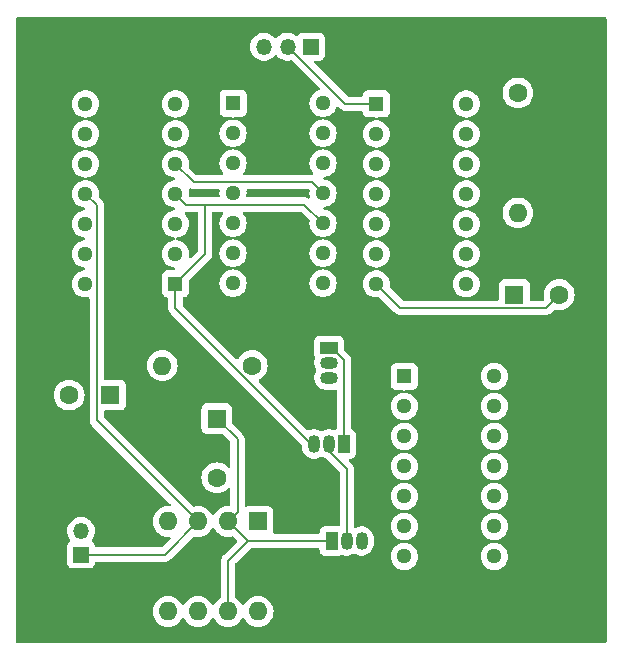
<source format=gbr>
%TF.GenerationSoftware,KiCad,Pcbnew,8.0.6*%
%TF.CreationDate,2024-12-13T16:31:17+05:30*%
%TF.ProjectId,pll1,706c6c31-2e6b-4696-9361-645f70636258,rev?*%
%TF.SameCoordinates,Original*%
%TF.FileFunction,Copper,L2,Bot*%
%TF.FilePolarity,Positive*%
%FSLAX46Y46*%
G04 Gerber Fmt 4.6, Leading zero omitted, Abs format (unit mm)*
G04 Created by KiCad (PCBNEW 8.0.6) date 2024-12-13 16:31:17*
%MOMM*%
%LPD*%
G01*
G04 APERTURE LIST*
%TA.AperFunction,ComponentPad*%
%ADD10R,1.600000X1.600000*%
%TD*%
%TA.AperFunction,ComponentPad*%
%ADD11O,1.600000X1.600000*%
%TD*%
%TA.AperFunction,ComponentPad*%
%ADD12R,1.500000X1.050000*%
%TD*%
%TA.AperFunction,ComponentPad*%
%ADD13O,1.500000X1.050000*%
%TD*%
%TA.AperFunction,ComponentPad*%
%ADD14R,1.050000X1.500000*%
%TD*%
%TA.AperFunction,ComponentPad*%
%ADD15O,1.050000X1.500000*%
%TD*%
%TA.AperFunction,ComponentPad*%
%ADD16C,1.600000*%
%TD*%
%TA.AperFunction,ComponentPad*%
%ADD17R,1.295400X1.295400*%
%TD*%
%TA.AperFunction,ComponentPad*%
%ADD18C,1.295400*%
%TD*%
%TA.AperFunction,ComponentPad*%
%ADD19R,1.350000X1.350000*%
%TD*%
%TA.AperFunction,ComponentPad*%
%ADD20O,1.350000X1.350000*%
%TD*%
%TA.AperFunction,Conductor*%
%ADD21C,0.200000*%
%TD*%
G04 APERTURE END LIST*
D10*
%TO.P,U5,1,GND*%
%TO.N,GND*%
X139500000Y-80200000D03*
D11*
%TO.P,U5,2,TR*%
%TO.N,Net-(Q3-C)*%
X136960000Y-80200000D03*
%TO.P,U5,3,Q*%
%TO.N,out*%
X134420000Y-80200000D03*
%TO.P,U5,4,R*%
%TO.N,VDD*%
X131880000Y-80200000D03*
%TO.P,U5,5,CV*%
%TO.N,Net-(U5-CV)*%
X131880000Y-87820000D03*
%TO.P,U5,6,THR*%
%TO.N,Net-(Q3-C)*%
X134420000Y-87820000D03*
%TO.P,U5,7,DIS*%
X136960000Y-87820000D03*
%TO.P,U5,8,VCC*%
%TO.N,VDD*%
X139500000Y-87820000D03*
%TD*%
D12*
%TO.P,Q1,1,C*%
%TO.N,Net-(Q1-C)*%
X145500000Y-65500000D03*
D13*
%TO.P,Q1,2,B*%
%TO.N,Net-(Q1-B)*%
X145500000Y-66770000D03*
%TO.P,Q1,3,E*%
%TO.N,Net-(Q1-E)*%
X145500000Y-68040000D03*
%TD*%
D14*
%TO.P,Q2,1,C*%
%TO.N,Net-(Q1-C)*%
X146770000Y-73640000D03*
D15*
%TO.P,Q2,2,B*%
%TO.N,Net-(Q2-B)*%
X145500000Y-73640000D03*
%TO.P,Q2,3,E*%
%TO.N,VDD*%
X144230000Y-73640000D03*
%TD*%
D10*
%TO.P,C2,1*%
%TO.N,Net-(Q3-C)*%
X136000000Y-71500000D03*
D16*
%TO.P,C2,2*%
%TO.N,GND*%
X136000000Y-76500000D03*
%TD*%
D17*
%TO.P,U4,1,\u002A1R*%
%TO.N,VDD*%
X132500000Y-60080000D03*
D18*
%TO.P,U4,2,1D*%
%TO.N,Net-(U4-\u002A1Q)*%
X132500000Y-57540000D03*
%TO.P,U4,3,1CP*%
%TO.N,Net-(U4-1CP)*%
X132500000Y-55000000D03*
%TO.P,U4,4,\u002A1S*%
%TO.N,VDD*%
X132500000Y-52460000D03*
%TO.P,U4,5,1Q*%
%TO.N,Net-(U3-2CP)*%
X132500000Y-49920000D03*
%TO.P,U4,6,\u002A1Q*%
%TO.N,Net-(U4-\u002A1Q)*%
X132500000Y-47380000D03*
%TO.P,U4,7,GND*%
%TO.N,GND*%
X132500000Y-44840000D03*
%TO.P,U4,8,\u002A2Q*%
%TO.N,Net-(U4-\u002A2Q)*%
X124880000Y-44840000D03*
%TO.P,U4,9,2Q*%
%TO.N,Net-(U4-1CP)*%
X124880000Y-47380000D03*
%TO.P,U4,10,\u002A2S*%
%TO.N,VDD*%
X124880000Y-49920000D03*
%TO.P,U4,11,2CP*%
%TO.N,out*%
X124880000Y-52460000D03*
%TO.P,U4,12,2D*%
%TO.N,Net-(U4-\u002A2Q)*%
X124880000Y-55000000D03*
%TO.P,U4,13,\u002A2R*%
%TO.N,VDD*%
X124880000Y-57540000D03*
%TO.P,U4,14,VCC*%
X124880000Y-60080000D03*
%TD*%
D17*
%TO.P,U3,1,\u002A1R*%
%TO.N,unconnected-(U3-\u002A1R-Pad1)*%
X137380000Y-44800000D03*
D18*
%TO.P,U3,2,1D*%
%TO.N,unconnected-(U3-1D-Pad2)*%
X137380000Y-47340000D03*
%TO.P,U3,3,1CP*%
%TO.N,unconnected-(U3-1CP-Pad3)*%
X137380000Y-49880000D03*
%TO.P,U3,4,\u002A1S*%
%TO.N,unconnected-(U3-\u002A1S-Pad4)*%
X137380000Y-52420000D03*
%TO.P,U3,5,1Q*%
%TO.N,unconnected-(U3-1Q-Pad5)*%
X137380000Y-54960000D03*
%TO.P,U3,6,\u002A1Q*%
%TO.N,unconnected-(U3-\u002A1Q-Pad6)*%
X137380000Y-57500000D03*
%TO.P,U3,7,GND*%
%TO.N,GND*%
X137380000Y-60040000D03*
%TO.P,U3,8,\u002A2Q*%
%TO.N,Net-(U3-\u002A2Q)*%
X145000000Y-60040000D03*
%TO.P,U3,9,2Q*%
%TO.N,Net-(U1-1B)*%
X145000000Y-57500000D03*
%TO.P,U3,10,\u002A2S*%
%TO.N,VDD*%
X145000000Y-54960000D03*
%TO.P,U3,11,2CP*%
%TO.N,Net-(U3-2CP)*%
X145000000Y-52420000D03*
%TO.P,U3,12,2D*%
%TO.N,Net-(U3-\u002A2Q)*%
X145000000Y-49880000D03*
%TO.P,U3,13,\u002A2R*%
%TO.N,VDD*%
X145000000Y-47340000D03*
%TO.P,U3,14,VCC*%
X145000000Y-44800000D03*
%TD*%
D16*
%TO.P,R1,1*%
%TO.N,Net-(U1-1Y)*%
X161500000Y-43920000D03*
D11*
%TO.P,R1,2*%
%TO.N,Net-(U2-1IN+)*%
X161500000Y-54080000D03*
%TD*%
D17*
%TO.P,U2,1,1OUT*%
%TO.N,Net-(Q1-B)*%
X151880000Y-67920000D03*
D18*
%TO.P,U2,2,1IN-*%
%TO.N,Net-(Q1-E)*%
X151880000Y-70460000D03*
%TO.P,U2,3,1IN+*%
%TO.N,Net-(U2-1IN+)*%
X151880000Y-73000000D03*
%TO.P,U2,4,VCC*%
%TO.N,VDD*%
X151880000Y-75540000D03*
%TO.P,U2,5,2IN+*%
%TO.N,unconnected-(U2-2IN+-Pad5)*%
X151880000Y-78080000D03*
%TO.P,U2,6,2IN-*%
%TO.N,unconnected-(U2-2IN--Pad6)*%
X151880000Y-80620000D03*
%TO.P,U2,7,2OUT*%
%TO.N,unconnected-(U2-2OUT-Pad7)*%
X151880000Y-83160000D03*
%TO.P,U2,8,3OUT*%
%TO.N,unconnected-(U2-3OUT-Pad8)*%
X159500000Y-83160000D03*
%TO.P,U2,9,3IN-*%
%TO.N,unconnected-(U2-3IN--Pad9)*%
X159500000Y-80620000D03*
%TO.P,U2,10,3IN+*%
%TO.N,unconnected-(U2-3IN+-Pad10)*%
X159500000Y-78080000D03*
%TO.P,U2,11,GND*%
%TO.N,GND*%
X159500000Y-75540000D03*
%TO.P,U2,12,4IN+*%
%TO.N,unconnected-(U2-4IN+-Pad12)*%
X159500000Y-73000000D03*
%TO.P,U2,13,4IN-*%
%TO.N,unconnected-(U2-4IN--Pad13)*%
X159500000Y-70460000D03*
%TO.P,U2,14,4OUT*%
%TO.N,unconnected-(U2-4OUT-Pad14)*%
X159500000Y-67920000D03*
%TD*%
D19*
%TO.P,J2,1,Pin_1*%
%TO.N,VDD*%
X144000000Y-40000000D03*
D20*
%TO.P,J2,2,Pin_2*%
%TO.N,in1*%
X142000000Y-40000000D03*
%TO.P,J2,3,Pin_3*%
%TO.N,GND*%
X140000000Y-40000000D03*
%TD*%
D17*
%TO.P,U1,1,1A*%
%TO.N,in1*%
X149500000Y-44840000D03*
D18*
%TO.P,U1,2,1B*%
%TO.N,Net-(U1-1B)*%
X149500000Y-47380000D03*
%TO.P,U1,3,1Y*%
%TO.N,Net-(U1-1Y)*%
X149500000Y-49920000D03*
%TO.P,U1,4,2A*%
%TO.N,unconnected-(U1-2A-Pad4)*%
X149500000Y-52460000D03*
%TO.P,U1,5,2B*%
%TO.N,unconnected-(U1-2B-Pad5)*%
X149500000Y-55000000D03*
%TO.P,U1,6,2Y*%
%TO.N,unconnected-(U1-2Y-Pad6)*%
X149500000Y-57540000D03*
%TO.P,U1,7,GND*%
%TO.N,GND*%
X149500000Y-60080000D03*
%TO.P,U1,8,3Y*%
%TO.N,unconnected-(U1-3Y-Pad8)*%
X157120000Y-60080000D03*
%TO.P,U1,9,3A*%
%TO.N,unconnected-(U1-3A-Pad9)*%
X157120000Y-57540000D03*
%TO.P,U1,10,3B*%
%TO.N,unconnected-(U1-3B-Pad10)*%
X157120000Y-55000000D03*
%TO.P,U1,11,4Y*%
%TO.N,unconnected-(U1-4Y-Pad11)*%
X157120000Y-52460000D03*
%TO.P,U1,12,4A*%
%TO.N,unconnected-(U1-4A-Pad12)*%
X157120000Y-49920000D03*
%TO.P,U1,13,4B*%
%TO.N,unconnected-(U1-4B-Pad13)*%
X157120000Y-47380000D03*
%TO.P,U1,14,VCC*%
%TO.N,VDD*%
X157120000Y-44840000D03*
%TD*%
D10*
%TO.P,C1,1*%
%TO.N,Net-(U2-1IN+)*%
X161197349Y-61000000D03*
D16*
%TO.P,C1,2*%
%TO.N,GND*%
X164997349Y-61000000D03*
%TD*%
D14*
%TO.P,Q3,1,C*%
%TO.N,Net-(Q3-C)*%
X145730000Y-81860000D03*
D15*
%TO.P,Q3,2,B*%
%TO.N,Net-(Q2-B)*%
X147000000Y-81860000D03*
%TO.P,Q3,3,E*%
%TO.N,VDD*%
X148270000Y-81860000D03*
%TD*%
D16*
%TO.P,R2,1*%
%TO.N,Net-(Q1-E)*%
X139000000Y-67000000D03*
D11*
%TO.P,R2,2*%
%TO.N,GND*%
X131380000Y-67000000D03*
%TD*%
D19*
%TO.P,J1,1,Pin_1*%
%TO.N,out*%
X124500000Y-83000000D03*
D20*
%TO.P,J1,2,Pin_2*%
%TO.N,GND*%
X124500000Y-81000000D03*
%TD*%
D10*
%TO.P,C3,1*%
%TO.N,Net-(U5-CV)*%
X127000000Y-69500000D03*
D16*
%TO.P,C3,2*%
%TO.N,GND*%
X123500000Y-69500000D03*
%TD*%
D21*
%TO.N,GND*%
X164997349Y-61000000D02*
X163897349Y-62100000D01*
X163897349Y-62100000D02*
X151520000Y-62100000D01*
X151520000Y-62100000D02*
X149500000Y-60080000D01*
%TO.N,Net-(Q3-C)*%
X137759999Y-73259999D02*
X136000000Y-71500000D01*
X145730000Y-81860000D02*
X138620000Y-81860000D01*
X138620000Y-81860000D02*
X136960000Y-80200000D01*
X136960000Y-83520000D02*
X138620000Y-81860000D01*
X136960000Y-87820000D02*
X136960000Y-83520000D01*
X136960000Y-80200000D02*
X137759999Y-79400001D01*
X137759999Y-79400001D02*
X137759999Y-73259999D01*
%TO.N,out*%
X125827700Y-71607700D02*
X125827700Y-53407700D01*
X131620000Y-83000000D02*
X124500000Y-83000000D01*
X125827700Y-53407700D02*
X124880000Y-52460000D01*
X134420000Y-80200000D02*
X125827700Y-71607700D01*
X134420000Y-80200000D02*
X131620000Y-83000000D01*
%TO.N,in1*%
X142000000Y-40000000D02*
X142050000Y-40000000D01*
X142050000Y-40000000D02*
X146890000Y-44840000D01*
X146890000Y-44840000D02*
X149500000Y-44840000D01*
%TO.N,VDD*%
X135000000Y-53367700D02*
X133407700Y-53367700D01*
X143407700Y-53367700D02*
X135000000Y-53367700D01*
X132500000Y-60080000D02*
X135000000Y-57580000D01*
X133407700Y-53367700D02*
X132500000Y-52460000D01*
X144230000Y-73640000D02*
X144005000Y-73640000D01*
X145000000Y-54960000D02*
X143407700Y-53367700D01*
X135000000Y-57580000D02*
X135000000Y-53367700D01*
X144005000Y-73640000D02*
X132500000Y-62135000D01*
X132500000Y-62135000D02*
X132500000Y-60080000D01*
%TO.N,Net-(Q1-C)*%
X146770000Y-66545000D02*
X145725000Y-65500000D01*
X145725000Y-65500000D02*
X145500000Y-65500000D01*
X146770000Y-73640000D02*
X146770000Y-66545000D01*
%TO.N,Net-(Q2-B)*%
X147000000Y-81860000D02*
X147000000Y-75745000D01*
X147000000Y-75745000D02*
X145500000Y-74245000D01*
X145500000Y-74245000D02*
X145500000Y-73640000D01*
%TO.N,Net-(U3-2CP)*%
X145000000Y-52420000D02*
X144052300Y-51472300D01*
X144052300Y-51472300D02*
X134052300Y-51472300D01*
X134052300Y-51472300D02*
X132500000Y-49920000D01*
%TD*%
%TA.AperFunction,NonConductor*%
G36*
X168942539Y-37520185D02*
G01*
X168988294Y-37572989D01*
X168999500Y-37624500D01*
X168999500Y-90375500D01*
X168979815Y-90442539D01*
X168927011Y-90488294D01*
X168875500Y-90499500D01*
X119124500Y-90499500D01*
X119057461Y-90479815D01*
X119011706Y-90427011D01*
X119000500Y-90375500D01*
X119000500Y-80999999D01*
X123319464Y-80999999D01*
X123319464Y-81000000D01*
X123339564Y-81216918D01*
X123339564Y-81216920D01*
X123339565Y-81216923D01*
X123371900Y-81330568D01*
X123399184Y-81426462D01*
X123455823Y-81540208D01*
X123496288Y-81621472D01*
X123577562Y-81729097D01*
X123577747Y-81729341D01*
X123602439Y-81794702D01*
X123587874Y-81863037D01*
X123553105Y-81903334D01*
X123467452Y-81967455D01*
X123381206Y-82082664D01*
X123381202Y-82082671D01*
X123330908Y-82217517D01*
X123328514Y-82239789D01*
X123324501Y-82277123D01*
X123324500Y-82277135D01*
X123324500Y-83722870D01*
X123324501Y-83722876D01*
X123330908Y-83782483D01*
X123381202Y-83917328D01*
X123381206Y-83917335D01*
X123467452Y-84032544D01*
X123467455Y-84032547D01*
X123582664Y-84118793D01*
X123582671Y-84118797D01*
X123717517Y-84169091D01*
X123717516Y-84169091D01*
X123724444Y-84169835D01*
X123777127Y-84175500D01*
X125222872Y-84175499D01*
X125282483Y-84169091D01*
X125417331Y-84118796D01*
X125532546Y-84032546D01*
X125618796Y-83917331D01*
X125669091Y-83782483D01*
X125675500Y-83722873D01*
X125675500Y-83722845D01*
X125675678Y-83719548D01*
X125676934Y-83719615D01*
X125695185Y-83657461D01*
X125747989Y-83611706D01*
X125799500Y-83600500D01*
X131533331Y-83600500D01*
X131533347Y-83600501D01*
X131540943Y-83600501D01*
X131699054Y-83600501D01*
X131699057Y-83600501D01*
X131851785Y-83559577D01*
X131901904Y-83530639D01*
X131988716Y-83480520D01*
X132100520Y-83368716D01*
X132100520Y-83368714D01*
X132110728Y-83358507D01*
X132110730Y-83358504D01*
X133977294Y-81491939D01*
X134038615Y-81458456D01*
X134097066Y-81459847D01*
X134103273Y-81461510D01*
X134193308Y-81485635D01*
X134337144Y-81498219D01*
X134419998Y-81505468D01*
X134420000Y-81505468D01*
X134420002Y-81505468D01*
X134476673Y-81500509D01*
X134646692Y-81485635D01*
X134866496Y-81426739D01*
X135072734Y-81330568D01*
X135259139Y-81200047D01*
X135420047Y-81039139D01*
X135550568Y-80852734D01*
X135577618Y-80794724D01*
X135623790Y-80742285D01*
X135690983Y-80723133D01*
X135757865Y-80743348D01*
X135802382Y-80794725D01*
X135829429Y-80852728D01*
X135829432Y-80852734D01*
X135959954Y-81039141D01*
X136120858Y-81200045D01*
X136144963Y-81216923D01*
X136307266Y-81330568D01*
X136513504Y-81426739D01*
X136733308Y-81485635D01*
X136877144Y-81498219D01*
X136959998Y-81505468D01*
X136960000Y-81505468D01*
X136960002Y-81505468D01*
X137016673Y-81500509D01*
X137186692Y-81485635D01*
X137282932Y-81459847D01*
X137352781Y-81461510D01*
X137402705Y-81491940D01*
X137683083Y-81772319D01*
X137716568Y-81833641D01*
X137711584Y-81903333D01*
X137683083Y-81947680D01*
X136591286Y-83039478D01*
X136479481Y-83151282D01*
X136479477Y-83151287D01*
X136433004Y-83231783D01*
X136433003Y-83231782D01*
X136400424Y-83288211D01*
X136400423Y-83288215D01*
X136359499Y-83440943D01*
X136359499Y-83440945D01*
X136359499Y-83609046D01*
X136359500Y-83609059D01*
X136359500Y-86588306D01*
X136339815Y-86655345D01*
X136306623Y-86689881D01*
X136120859Y-86819953D01*
X135959954Y-86980858D01*
X135829432Y-87167265D01*
X135829431Y-87167267D01*
X135802382Y-87225275D01*
X135756209Y-87277714D01*
X135689016Y-87296866D01*
X135622135Y-87276650D01*
X135577618Y-87225275D01*
X135550568Y-87167267D01*
X135550567Y-87167265D01*
X135420045Y-86980858D01*
X135259141Y-86819954D01*
X135072734Y-86689432D01*
X135072732Y-86689431D01*
X134866497Y-86593261D01*
X134866488Y-86593258D01*
X134646697Y-86534366D01*
X134646693Y-86534365D01*
X134646692Y-86534365D01*
X134646691Y-86534364D01*
X134646686Y-86534364D01*
X134420002Y-86514532D01*
X134419998Y-86514532D01*
X134193313Y-86534364D01*
X134193302Y-86534366D01*
X133973511Y-86593258D01*
X133973502Y-86593261D01*
X133767267Y-86689431D01*
X133767265Y-86689432D01*
X133580858Y-86819954D01*
X133419954Y-86980858D01*
X133289432Y-87167265D01*
X133289431Y-87167267D01*
X133262382Y-87225275D01*
X133216209Y-87277714D01*
X133149016Y-87296866D01*
X133082135Y-87276650D01*
X133037618Y-87225275D01*
X133010568Y-87167267D01*
X133010567Y-87167265D01*
X132880045Y-86980858D01*
X132719141Y-86819954D01*
X132532734Y-86689432D01*
X132532732Y-86689431D01*
X132326497Y-86593261D01*
X132326488Y-86593258D01*
X132106697Y-86534366D01*
X132106693Y-86534365D01*
X132106692Y-86534365D01*
X132106691Y-86534364D01*
X132106686Y-86534364D01*
X131880002Y-86514532D01*
X131879998Y-86514532D01*
X131653313Y-86534364D01*
X131653302Y-86534366D01*
X131433511Y-86593258D01*
X131433502Y-86593261D01*
X131227267Y-86689431D01*
X131227265Y-86689432D01*
X131040858Y-86819954D01*
X130879954Y-86980858D01*
X130749432Y-87167265D01*
X130749431Y-87167267D01*
X130653261Y-87373502D01*
X130653258Y-87373511D01*
X130594366Y-87593302D01*
X130594364Y-87593313D01*
X130574532Y-87819998D01*
X130574532Y-87820001D01*
X130594364Y-88046686D01*
X130594366Y-88046697D01*
X130653258Y-88266488D01*
X130653261Y-88266497D01*
X130749431Y-88472732D01*
X130749432Y-88472734D01*
X130879954Y-88659141D01*
X131040858Y-88820045D01*
X131040861Y-88820047D01*
X131227266Y-88950568D01*
X131433504Y-89046739D01*
X131653308Y-89105635D01*
X131815230Y-89119801D01*
X131879998Y-89125468D01*
X131880000Y-89125468D01*
X131880002Y-89125468D01*
X131936673Y-89120509D01*
X132106692Y-89105635D01*
X132326496Y-89046739D01*
X132532734Y-88950568D01*
X132719139Y-88820047D01*
X132880047Y-88659139D01*
X133010568Y-88472734D01*
X133037618Y-88414724D01*
X133083790Y-88362285D01*
X133150983Y-88343133D01*
X133217865Y-88363348D01*
X133262382Y-88414725D01*
X133289429Y-88472728D01*
X133289432Y-88472734D01*
X133419954Y-88659141D01*
X133580858Y-88820045D01*
X133580861Y-88820047D01*
X133767266Y-88950568D01*
X133973504Y-89046739D01*
X134193308Y-89105635D01*
X134355230Y-89119801D01*
X134419998Y-89125468D01*
X134420000Y-89125468D01*
X134420002Y-89125468D01*
X134476673Y-89120509D01*
X134646692Y-89105635D01*
X134866496Y-89046739D01*
X135072734Y-88950568D01*
X135259139Y-88820047D01*
X135420047Y-88659139D01*
X135550568Y-88472734D01*
X135577618Y-88414724D01*
X135623790Y-88362285D01*
X135690983Y-88343133D01*
X135757865Y-88363348D01*
X135802382Y-88414725D01*
X135829429Y-88472728D01*
X135829432Y-88472734D01*
X135959954Y-88659141D01*
X136120858Y-88820045D01*
X136120861Y-88820047D01*
X136307266Y-88950568D01*
X136513504Y-89046739D01*
X136733308Y-89105635D01*
X136895230Y-89119801D01*
X136959998Y-89125468D01*
X136960000Y-89125468D01*
X136960002Y-89125468D01*
X137016673Y-89120509D01*
X137186692Y-89105635D01*
X137406496Y-89046739D01*
X137612734Y-88950568D01*
X137799139Y-88820047D01*
X137960047Y-88659139D01*
X138090568Y-88472734D01*
X138117618Y-88414724D01*
X138163790Y-88362285D01*
X138230983Y-88343133D01*
X138297865Y-88363348D01*
X138342382Y-88414725D01*
X138369429Y-88472728D01*
X138369432Y-88472734D01*
X138499954Y-88659141D01*
X138660858Y-88820045D01*
X138660861Y-88820047D01*
X138847266Y-88950568D01*
X139053504Y-89046739D01*
X139273308Y-89105635D01*
X139435230Y-89119801D01*
X139499998Y-89125468D01*
X139500000Y-89125468D01*
X139500002Y-89125468D01*
X139556673Y-89120509D01*
X139726692Y-89105635D01*
X139946496Y-89046739D01*
X140152734Y-88950568D01*
X140339139Y-88820047D01*
X140500047Y-88659139D01*
X140630568Y-88472734D01*
X140726739Y-88266496D01*
X140785635Y-88046692D01*
X140805468Y-87820000D01*
X140785635Y-87593308D01*
X140726739Y-87373504D01*
X140630568Y-87167266D01*
X140500047Y-86980861D01*
X140500045Y-86980858D01*
X140339141Y-86819954D01*
X140152734Y-86689432D01*
X140152732Y-86689431D01*
X139946497Y-86593261D01*
X139946488Y-86593258D01*
X139726697Y-86534366D01*
X139726693Y-86534365D01*
X139726692Y-86534365D01*
X139726691Y-86534364D01*
X139726686Y-86534364D01*
X139500002Y-86514532D01*
X139499998Y-86514532D01*
X139273313Y-86534364D01*
X139273302Y-86534366D01*
X139053511Y-86593258D01*
X139053502Y-86593261D01*
X138847267Y-86689431D01*
X138847265Y-86689432D01*
X138660858Y-86819954D01*
X138499954Y-86980858D01*
X138369432Y-87167265D01*
X138369431Y-87167267D01*
X138342382Y-87225275D01*
X138296209Y-87277714D01*
X138229016Y-87296866D01*
X138162135Y-87276650D01*
X138117618Y-87225275D01*
X138090568Y-87167267D01*
X138090567Y-87167265D01*
X137960045Y-86980858D01*
X137799140Y-86819953D01*
X137613377Y-86689881D01*
X137569752Y-86635304D01*
X137560500Y-86588306D01*
X137560500Y-83820097D01*
X137580185Y-83753058D01*
X137596819Y-83732416D01*
X138832417Y-82496819D01*
X138893740Y-82463334D01*
X138920098Y-82460500D01*
X144580501Y-82460500D01*
X144647540Y-82480185D01*
X144693295Y-82532989D01*
X144704501Y-82584500D01*
X144704501Y-82657876D01*
X144710908Y-82717483D01*
X144761202Y-82852328D01*
X144761206Y-82852335D01*
X144847452Y-82967544D01*
X144847455Y-82967547D01*
X144962664Y-83053793D01*
X144962671Y-83053797D01*
X145097517Y-83104091D01*
X145097516Y-83104091D01*
X145104444Y-83104835D01*
X145157127Y-83110500D01*
X146302872Y-83110499D01*
X146362483Y-83104091D01*
X146497331Y-83053796D01*
X146498430Y-83052972D01*
X146499717Y-83052492D01*
X146505112Y-83049547D01*
X146505535Y-83050322D01*
X146563887Y-83028552D01*
X146620198Y-83037673D01*
X146700873Y-83071091D01*
X146866777Y-83104091D01*
X146898992Y-83110499D01*
X146898996Y-83110500D01*
X146898997Y-83110500D01*
X147101004Y-83110500D01*
X147101005Y-83110499D01*
X147299127Y-83071091D01*
X147485756Y-82993786D01*
X147566110Y-82940094D01*
X147632786Y-82919217D01*
X147700166Y-82937701D01*
X147703865Y-82940078D01*
X147784244Y-82993786D01*
X147970873Y-83071091D01*
X148136777Y-83104091D01*
X148168992Y-83110499D01*
X148168996Y-83110500D01*
X148168997Y-83110500D01*
X148371004Y-83110500D01*
X148371005Y-83110499D01*
X148569127Y-83071091D01*
X148755756Y-82993786D01*
X148923718Y-82881558D01*
X149066558Y-82738718D01*
X149178786Y-82570756D01*
X149256091Y-82384127D01*
X149295500Y-82186003D01*
X149295500Y-81533997D01*
X149256091Y-81335873D01*
X149178786Y-81149244D01*
X149178784Y-81149241D01*
X149178782Y-81149237D01*
X149066558Y-80981281D01*
X148923718Y-80838441D01*
X148755762Y-80726217D01*
X148755752Y-80726212D01*
X148569127Y-80648909D01*
X148569119Y-80648907D01*
X148371007Y-80609500D01*
X148371003Y-80609500D01*
X148168997Y-80609500D01*
X148168992Y-80609500D01*
X147970880Y-80648907D01*
X147970872Y-80648909D01*
X147784235Y-80726217D01*
X147782947Y-80726906D01*
X147782194Y-80727062D01*
X147778616Y-80728545D01*
X147778334Y-80727866D01*
X147714544Y-80741145D01*
X147649301Y-80716141D01*
X147607934Y-80659834D01*
X147600500Y-80617545D01*
X147600500Y-75665944D01*
X147599137Y-75660858D01*
X147599136Y-75660853D01*
X147582697Y-75599500D01*
X147559577Y-75513216D01*
X147551920Y-75499953D01*
X147480524Y-75376290D01*
X147480521Y-75376286D01*
X147480520Y-75376284D01*
X147368716Y-75264480D01*
X147368715Y-75264479D01*
X147364385Y-75260149D01*
X147364374Y-75260139D01*
X147206415Y-75102180D01*
X147172930Y-75040857D01*
X147177914Y-74971165D01*
X147219786Y-74915232D01*
X147285250Y-74890815D01*
X147294096Y-74890499D01*
X147342871Y-74890499D01*
X147342872Y-74890499D01*
X147402483Y-74884091D01*
X147537331Y-74833796D01*
X147652546Y-74747546D01*
X147738796Y-74632331D01*
X147789091Y-74497483D01*
X147795500Y-74437873D01*
X147795499Y-72842128D01*
X147789091Y-72782517D01*
X147787957Y-72779477D01*
X147738797Y-72647671D01*
X147738793Y-72647664D01*
X147652547Y-72532455D01*
X147652544Y-72532452D01*
X147537335Y-72446206D01*
X147537330Y-72446203D01*
X147451166Y-72414066D01*
X147395233Y-72372194D01*
X147370816Y-72306730D01*
X147370500Y-72297884D01*
X147370500Y-70459999D01*
X150726881Y-70459999D01*
X150726881Y-70460000D01*
X150746514Y-70671884D01*
X150804750Y-70876559D01*
X150804750Y-70876560D01*
X150899596Y-71067037D01*
X150899598Y-71067039D01*
X151027835Y-71236851D01*
X151161787Y-71358965D01*
X151185090Y-71380208D01*
X151185092Y-71380210D01*
X151366007Y-71492228D01*
X151366013Y-71492231D01*
X151408048Y-71508515D01*
X151564434Y-71569099D01*
X151773129Y-71608111D01*
X151835410Y-71639779D01*
X151870683Y-71700092D01*
X151867749Y-71769900D01*
X151827540Y-71827040D01*
X151773129Y-71851888D01*
X151564434Y-71890901D01*
X151564431Y-71890901D01*
X151564431Y-71890902D01*
X151366013Y-71967768D01*
X151366007Y-71967771D01*
X151185092Y-72079789D01*
X151185090Y-72079791D01*
X151027836Y-72223147D01*
X150899596Y-72392962D01*
X150804750Y-72583439D01*
X150804750Y-72583440D01*
X150746514Y-72788115D01*
X150726881Y-72999999D01*
X150726881Y-73000000D01*
X150746514Y-73211884D01*
X150804750Y-73416559D01*
X150804750Y-73416560D01*
X150899596Y-73607037D01*
X150899598Y-73607039D01*
X151000079Y-73740097D01*
X151027836Y-73776852D01*
X151185090Y-73920208D01*
X151185092Y-73920210D01*
X151366007Y-74032228D01*
X151366013Y-74032231D01*
X151408048Y-74048515D01*
X151564434Y-74109099D01*
X151773129Y-74148111D01*
X151835410Y-74179779D01*
X151870683Y-74240092D01*
X151867749Y-74309900D01*
X151827540Y-74367040D01*
X151773129Y-74391888D01*
X151564434Y-74430901D01*
X151564431Y-74430901D01*
X151564431Y-74430902D01*
X151366013Y-74507768D01*
X151366007Y-74507771D01*
X151185092Y-74619789D01*
X151185090Y-74619791D01*
X151027836Y-74763147D01*
X150899596Y-74932962D01*
X150804750Y-75123439D01*
X150804750Y-75123440D01*
X150746514Y-75328115D01*
X150726881Y-75539999D01*
X150726881Y-75540000D01*
X150746514Y-75751884D01*
X150804750Y-75956559D01*
X150804750Y-75956560D01*
X150899596Y-76147037D01*
X151027836Y-76316852D01*
X151185090Y-76460208D01*
X151185092Y-76460210D01*
X151366007Y-76572228D01*
X151366013Y-76572231D01*
X151408048Y-76588515D01*
X151564434Y-76649099D01*
X151773129Y-76688111D01*
X151835410Y-76719779D01*
X151870683Y-76780092D01*
X151867749Y-76849900D01*
X151827540Y-76907040D01*
X151773129Y-76931888D01*
X151564434Y-76970901D01*
X151564431Y-76970901D01*
X151564431Y-76970902D01*
X151366013Y-77047768D01*
X151366007Y-77047771D01*
X151185092Y-77159789D01*
X151185090Y-77159791D01*
X151027836Y-77303147D01*
X150899596Y-77472962D01*
X150804750Y-77663439D01*
X150804750Y-77663440D01*
X150746514Y-77868115D01*
X150726881Y-78079999D01*
X150726881Y-78080000D01*
X150746514Y-78291884D01*
X150804750Y-78496559D01*
X150804750Y-78496560D01*
X150899596Y-78687037D01*
X150967279Y-78776663D01*
X151027835Y-78856851D01*
X151155530Y-78973261D01*
X151185090Y-79000208D01*
X151185092Y-79000210D01*
X151366007Y-79112228D01*
X151366013Y-79112231D01*
X151408048Y-79128515D01*
X151564434Y-79189099D01*
X151773129Y-79228111D01*
X151835410Y-79259779D01*
X151870683Y-79320092D01*
X151867749Y-79389900D01*
X151827540Y-79447040D01*
X151773129Y-79471888D01*
X151564434Y-79510901D01*
X151564431Y-79510901D01*
X151564431Y-79510902D01*
X151366013Y-79587768D01*
X151366007Y-79587771D01*
X151185092Y-79699789D01*
X151185090Y-79699791D01*
X151027836Y-79843147D01*
X150899596Y-80012962D01*
X150804750Y-80203439D01*
X150804750Y-80203440D01*
X150746514Y-80408115D01*
X150726881Y-80619999D01*
X150726881Y-80620000D01*
X150746514Y-80831884D01*
X150804750Y-81036559D01*
X150804750Y-81036560D01*
X150899596Y-81227037D01*
X151027836Y-81396852D01*
X151185090Y-81540208D01*
X151185092Y-81540210D01*
X151366007Y-81652228D01*
X151366013Y-81652231D01*
X151408048Y-81668515D01*
X151564434Y-81729099D01*
X151773129Y-81768111D01*
X151835410Y-81799779D01*
X151870683Y-81860092D01*
X151867749Y-81929900D01*
X151827540Y-81987040D01*
X151773129Y-82011888D01*
X151564434Y-82050901D01*
X151564431Y-82050901D01*
X151564431Y-82050902D01*
X151366013Y-82127768D01*
X151366007Y-82127771D01*
X151185092Y-82239789D01*
X151185090Y-82239791D01*
X151027836Y-82383147D01*
X150899596Y-82552962D01*
X150804750Y-82743439D01*
X150804750Y-82743440D01*
X150746514Y-82948115D01*
X150726881Y-83159999D01*
X150726881Y-83160000D01*
X150746514Y-83371884D01*
X150804750Y-83576559D01*
X150804750Y-83576560D01*
X150899596Y-83767037D01*
X151027836Y-83936852D01*
X151185090Y-84080208D01*
X151185092Y-84080210D01*
X151366007Y-84192228D01*
X151366013Y-84192231D01*
X151408048Y-84208515D01*
X151564434Y-84269099D01*
X151773604Y-84308200D01*
X151773606Y-84308200D01*
X151986394Y-84308200D01*
X151986396Y-84308200D01*
X152195566Y-84269099D01*
X152393989Y-84192230D01*
X152574909Y-84080209D01*
X152732165Y-83936851D01*
X152860402Y-83767039D01*
X152882389Y-83722883D01*
X152955249Y-83576560D01*
X152955249Y-83576559D01*
X152955248Y-83576559D01*
X152955251Y-83576555D01*
X153013485Y-83371885D01*
X153033119Y-83160000D01*
X153024880Y-83071092D01*
X153013485Y-82948115D01*
X152986231Y-82852328D01*
X152955251Y-82743445D01*
X152955249Y-82743440D01*
X152955249Y-82743439D01*
X152860403Y-82552962D01*
X152790578Y-82460500D01*
X152732165Y-82383149D01*
X152574909Y-82239791D01*
X152574907Y-82239789D01*
X152393992Y-82127771D01*
X152393986Y-82127768D01*
X152237603Y-82067186D01*
X152195566Y-82050901D01*
X151986868Y-82011888D01*
X151924589Y-81980221D01*
X151889316Y-81919908D01*
X151892250Y-81850100D01*
X151932459Y-81792960D01*
X151986868Y-81768111D01*
X152195566Y-81729099D01*
X152393989Y-81652230D01*
X152574909Y-81540209D01*
X152732165Y-81396851D01*
X152860402Y-81227039D01*
X152865442Y-81216918D01*
X152955249Y-81036560D01*
X152955249Y-81036559D01*
X152955248Y-81036559D01*
X152955251Y-81036555D01*
X153013485Y-80831885D01*
X153033119Y-80620000D01*
X153013485Y-80408115D01*
X152955251Y-80203445D01*
X152955249Y-80203440D01*
X152955249Y-80203439D01*
X152860403Y-80012962D01*
X152732163Y-79843147D01*
X152574909Y-79699791D01*
X152574907Y-79699789D01*
X152393992Y-79587771D01*
X152393986Y-79587768D01*
X152237603Y-79527186D01*
X152195566Y-79510901D01*
X151986868Y-79471888D01*
X151924589Y-79440221D01*
X151889316Y-79379908D01*
X151892250Y-79310100D01*
X151932459Y-79252960D01*
X151986868Y-79228111D01*
X152195566Y-79189099D01*
X152393989Y-79112230D01*
X152574909Y-79000209D01*
X152732165Y-78856851D01*
X152860402Y-78687039D01*
X152955251Y-78496555D01*
X153013485Y-78291885D01*
X153033119Y-78080000D01*
X153013485Y-77868115D01*
X152955251Y-77663445D01*
X152955249Y-77663440D01*
X152955249Y-77663439D01*
X152860403Y-77472962D01*
X152817656Y-77416357D01*
X152732165Y-77303149D01*
X152574909Y-77159791D01*
X152574907Y-77159789D01*
X152393992Y-77047771D01*
X152393986Y-77047768D01*
X152237603Y-76987186D01*
X152195566Y-76970901D01*
X151986868Y-76931888D01*
X151924589Y-76900221D01*
X151889316Y-76839908D01*
X151892250Y-76770100D01*
X151932459Y-76712960D01*
X151986868Y-76688111D01*
X152195566Y-76649099D01*
X152393989Y-76572230D01*
X152574909Y-76460209D01*
X152732165Y-76316851D01*
X152860402Y-76147039D01*
X152911163Y-76045097D01*
X152955249Y-75956560D01*
X152955249Y-75956559D01*
X152955248Y-75956559D01*
X152955251Y-75956555D01*
X153013485Y-75751885D01*
X153033119Y-75540000D01*
X153030636Y-75513209D01*
X153013485Y-75328115D01*
X152955251Y-75123445D01*
X152955249Y-75123440D01*
X152955249Y-75123439D01*
X152860403Y-74932962D01*
X152785516Y-74833797D01*
X152732165Y-74763149D01*
X152715050Y-74747547D01*
X152574909Y-74619791D01*
X152574907Y-74619789D01*
X152393992Y-74507771D01*
X152393986Y-74507768D01*
X152237603Y-74447186D01*
X152195566Y-74430901D01*
X151986868Y-74391888D01*
X151924589Y-74360221D01*
X151889316Y-74299908D01*
X151892250Y-74230100D01*
X151932459Y-74172960D01*
X151986868Y-74148111D01*
X152195566Y-74109099D01*
X152393989Y-74032230D01*
X152574909Y-73920209D01*
X152732165Y-73776851D01*
X152860402Y-73607039D01*
X152909352Y-73508734D01*
X152955249Y-73416560D01*
X152955249Y-73416559D01*
X152955248Y-73416559D01*
X152955251Y-73416555D01*
X153013485Y-73211885D01*
X153033119Y-73000000D01*
X153023045Y-72891289D01*
X153013485Y-72788115D01*
X152976335Y-72657547D01*
X152955251Y-72583445D01*
X152955249Y-72583440D01*
X152955249Y-72583439D01*
X152860403Y-72392962D01*
X152795283Y-72306730D01*
X152732165Y-72223149D01*
X152574909Y-72079791D01*
X152574907Y-72079789D01*
X152393992Y-71967771D01*
X152393986Y-71967768D01*
X152218800Y-71899902D01*
X152195566Y-71890901D01*
X151986868Y-71851888D01*
X151924589Y-71820221D01*
X151889316Y-71759908D01*
X151892250Y-71690100D01*
X151932459Y-71632960D01*
X151986868Y-71608111D01*
X152195566Y-71569099D01*
X152393989Y-71492230D01*
X152574909Y-71380209D01*
X152732165Y-71236851D01*
X152860402Y-71067039D01*
X152955251Y-70876555D01*
X153013485Y-70671885D01*
X153033119Y-70460000D01*
X153028252Y-70407482D01*
X153013485Y-70248115D01*
X152999653Y-70199500D01*
X152955251Y-70043445D01*
X152955249Y-70043440D01*
X152955249Y-70043439D01*
X152860403Y-69852962D01*
X152732163Y-69683147D01*
X152574909Y-69539791D01*
X152574907Y-69539789D01*
X152393992Y-69427771D01*
X152393986Y-69427768D01*
X152237603Y-69367186D01*
X152195566Y-69350901D01*
X151998634Y-69314087D01*
X151936354Y-69282419D01*
X151901081Y-69222107D01*
X151904015Y-69152299D01*
X151944224Y-69095159D01*
X152008942Y-69068828D01*
X152021412Y-69068199D01*
X152575572Y-69068199D01*
X152635183Y-69061791D01*
X152770031Y-69011496D01*
X152885246Y-68925246D01*
X152971496Y-68810031D01*
X153021791Y-68675183D01*
X153028200Y-68615573D01*
X153028199Y-67919999D01*
X158346881Y-67919999D01*
X158346881Y-67920000D01*
X158366514Y-68131884D01*
X158424750Y-68336559D01*
X158424750Y-68336560D01*
X158519596Y-68527037D01*
X158586464Y-68615583D01*
X158620656Y-68660861D01*
X158647836Y-68696852D01*
X158805090Y-68840208D01*
X158805092Y-68840210D01*
X158986007Y-68952228D01*
X158986013Y-68952231D01*
X159021230Y-68965874D01*
X159184434Y-69029099D01*
X159393129Y-69068111D01*
X159455410Y-69099779D01*
X159490683Y-69160092D01*
X159487749Y-69229900D01*
X159447540Y-69287040D01*
X159393129Y-69311888D01*
X159184434Y-69350901D01*
X159184431Y-69350901D01*
X159184431Y-69350902D01*
X158986013Y-69427768D01*
X158986007Y-69427771D01*
X158805092Y-69539789D01*
X158805090Y-69539791D01*
X158647836Y-69683147D01*
X158519596Y-69852962D01*
X158424750Y-70043439D01*
X158424750Y-70043440D01*
X158366514Y-70248115D01*
X158346881Y-70459999D01*
X158346881Y-70460000D01*
X158366514Y-70671884D01*
X158424750Y-70876559D01*
X158424750Y-70876560D01*
X158519596Y-71067037D01*
X158519598Y-71067039D01*
X158647835Y-71236851D01*
X158781787Y-71358965D01*
X158805090Y-71380208D01*
X158805092Y-71380210D01*
X158986007Y-71492228D01*
X158986013Y-71492231D01*
X159028048Y-71508515D01*
X159184434Y-71569099D01*
X159393129Y-71608111D01*
X159455410Y-71639779D01*
X159490683Y-71700092D01*
X159487749Y-71769900D01*
X159447540Y-71827040D01*
X159393129Y-71851888D01*
X159184434Y-71890901D01*
X159184431Y-71890901D01*
X159184431Y-71890902D01*
X158986013Y-71967768D01*
X158986007Y-71967771D01*
X158805092Y-72079789D01*
X158805090Y-72079791D01*
X158647836Y-72223147D01*
X158519596Y-72392962D01*
X158424750Y-72583439D01*
X158424750Y-72583440D01*
X158366514Y-72788115D01*
X158346881Y-72999999D01*
X158346881Y-73000000D01*
X158366514Y-73211884D01*
X158424750Y-73416559D01*
X158424750Y-73416560D01*
X158519596Y-73607037D01*
X158519598Y-73607039D01*
X158620079Y-73740097D01*
X158647836Y-73776852D01*
X158805090Y-73920208D01*
X158805092Y-73920210D01*
X158986007Y-74032228D01*
X158986013Y-74032231D01*
X159028048Y-74048515D01*
X159184434Y-74109099D01*
X159393129Y-74148111D01*
X159455410Y-74179779D01*
X159490683Y-74240092D01*
X159487749Y-74309900D01*
X159447540Y-74367040D01*
X159393129Y-74391888D01*
X159184434Y-74430901D01*
X159184431Y-74430901D01*
X159184431Y-74430902D01*
X158986013Y-74507768D01*
X158986007Y-74507771D01*
X158805092Y-74619789D01*
X158805090Y-74619791D01*
X158647836Y-74763147D01*
X158519596Y-74932962D01*
X158424750Y-75123439D01*
X158424750Y-75123440D01*
X158366514Y-75328115D01*
X158346881Y-75539999D01*
X158346881Y-75540000D01*
X158366514Y-75751884D01*
X158424750Y-75956559D01*
X158424750Y-75956560D01*
X158519596Y-76147037D01*
X158647836Y-76316852D01*
X158805090Y-76460208D01*
X158805092Y-76460210D01*
X158986007Y-76572228D01*
X158986013Y-76572231D01*
X159028048Y-76588515D01*
X159184434Y-76649099D01*
X159393129Y-76688111D01*
X159455410Y-76719779D01*
X159490683Y-76780092D01*
X159487749Y-76849900D01*
X159447540Y-76907040D01*
X159393129Y-76931888D01*
X159184434Y-76970901D01*
X159184431Y-76970901D01*
X159184431Y-76970902D01*
X158986013Y-77047768D01*
X158986007Y-77047771D01*
X158805092Y-77159789D01*
X158805090Y-77159791D01*
X158647836Y-77303147D01*
X158519596Y-77472962D01*
X158424750Y-77663439D01*
X158424750Y-77663440D01*
X158366514Y-77868115D01*
X158346881Y-78079999D01*
X158346881Y-78080000D01*
X158366514Y-78291884D01*
X158424750Y-78496559D01*
X158424750Y-78496560D01*
X158519596Y-78687037D01*
X158587279Y-78776663D01*
X158647835Y-78856851D01*
X158775530Y-78973261D01*
X158805090Y-79000208D01*
X158805092Y-79000210D01*
X158986007Y-79112228D01*
X158986013Y-79112231D01*
X159028048Y-79128515D01*
X159184434Y-79189099D01*
X159393129Y-79228111D01*
X159455410Y-79259779D01*
X159490683Y-79320092D01*
X159487749Y-79389900D01*
X159447540Y-79447040D01*
X159393129Y-79471888D01*
X159184434Y-79510901D01*
X159184431Y-79510901D01*
X159184431Y-79510902D01*
X158986013Y-79587768D01*
X158986007Y-79587771D01*
X158805092Y-79699789D01*
X158805090Y-79699791D01*
X158647836Y-79843147D01*
X158519596Y-80012962D01*
X158424750Y-80203439D01*
X158424750Y-80203440D01*
X158366514Y-80408115D01*
X158346881Y-80619999D01*
X158346881Y-80620000D01*
X158366514Y-80831884D01*
X158424750Y-81036559D01*
X158424750Y-81036560D01*
X158519596Y-81227037D01*
X158647836Y-81396852D01*
X158805090Y-81540208D01*
X158805092Y-81540210D01*
X158986007Y-81652228D01*
X158986013Y-81652231D01*
X159028048Y-81668515D01*
X159184434Y-81729099D01*
X159393129Y-81768111D01*
X159455410Y-81799779D01*
X159490683Y-81860092D01*
X159487749Y-81929900D01*
X159447540Y-81987040D01*
X159393129Y-82011888D01*
X159184434Y-82050901D01*
X159184431Y-82050901D01*
X159184431Y-82050902D01*
X158986013Y-82127768D01*
X158986007Y-82127771D01*
X158805092Y-82239789D01*
X158805090Y-82239791D01*
X158647836Y-82383147D01*
X158519596Y-82552962D01*
X158424750Y-82743439D01*
X158424750Y-82743440D01*
X158366514Y-82948115D01*
X158346881Y-83159999D01*
X158346881Y-83160000D01*
X158366514Y-83371884D01*
X158424750Y-83576559D01*
X158424750Y-83576560D01*
X158519596Y-83767037D01*
X158647836Y-83936852D01*
X158805090Y-84080208D01*
X158805092Y-84080210D01*
X158986007Y-84192228D01*
X158986013Y-84192231D01*
X159028048Y-84208515D01*
X159184434Y-84269099D01*
X159393604Y-84308200D01*
X159393606Y-84308200D01*
X159606394Y-84308200D01*
X159606396Y-84308200D01*
X159815566Y-84269099D01*
X160013989Y-84192230D01*
X160194909Y-84080209D01*
X160352165Y-83936851D01*
X160480402Y-83767039D01*
X160502389Y-83722883D01*
X160575249Y-83576560D01*
X160575249Y-83576559D01*
X160575248Y-83576559D01*
X160575251Y-83576555D01*
X160633485Y-83371885D01*
X160653119Y-83160000D01*
X160644880Y-83071092D01*
X160633485Y-82948115D01*
X160606231Y-82852328D01*
X160575251Y-82743445D01*
X160575249Y-82743440D01*
X160575249Y-82743439D01*
X160480403Y-82552962D01*
X160410578Y-82460500D01*
X160352165Y-82383149D01*
X160194909Y-82239791D01*
X160194907Y-82239789D01*
X160013992Y-82127771D01*
X160013986Y-82127768D01*
X159857603Y-82067186D01*
X159815566Y-82050901D01*
X159606868Y-82011888D01*
X159544589Y-81980221D01*
X159509316Y-81919908D01*
X159512250Y-81850100D01*
X159552459Y-81792960D01*
X159606868Y-81768111D01*
X159815566Y-81729099D01*
X160013989Y-81652230D01*
X160194909Y-81540209D01*
X160352165Y-81396851D01*
X160480402Y-81227039D01*
X160485442Y-81216918D01*
X160575249Y-81036560D01*
X160575249Y-81036559D01*
X160575248Y-81036559D01*
X160575251Y-81036555D01*
X160633485Y-80831885D01*
X160653119Y-80620000D01*
X160633485Y-80408115D01*
X160575251Y-80203445D01*
X160575249Y-80203440D01*
X160575249Y-80203439D01*
X160480403Y-80012962D01*
X160352163Y-79843147D01*
X160194909Y-79699791D01*
X160194907Y-79699789D01*
X160013992Y-79587771D01*
X160013986Y-79587768D01*
X159857603Y-79527186D01*
X159815566Y-79510901D01*
X159606868Y-79471888D01*
X159544589Y-79440221D01*
X159509316Y-79379908D01*
X159512250Y-79310100D01*
X159552459Y-79252960D01*
X159606868Y-79228111D01*
X159815566Y-79189099D01*
X160013989Y-79112230D01*
X160194909Y-79000209D01*
X160352165Y-78856851D01*
X160480402Y-78687039D01*
X160575251Y-78496555D01*
X160633485Y-78291885D01*
X160653119Y-78080000D01*
X160633485Y-77868115D01*
X160575251Y-77663445D01*
X160575249Y-77663440D01*
X160575249Y-77663439D01*
X160480403Y-77472962D01*
X160437656Y-77416357D01*
X160352165Y-77303149D01*
X160194909Y-77159791D01*
X160194907Y-77159789D01*
X160013992Y-77047771D01*
X160013986Y-77047768D01*
X159857603Y-76987186D01*
X159815566Y-76970901D01*
X159606868Y-76931888D01*
X159544589Y-76900221D01*
X159509316Y-76839908D01*
X159512250Y-76770100D01*
X159552459Y-76712960D01*
X159606868Y-76688111D01*
X159815566Y-76649099D01*
X160013989Y-76572230D01*
X160194909Y-76460209D01*
X160352165Y-76316851D01*
X160480402Y-76147039D01*
X160531163Y-76045097D01*
X160575249Y-75956560D01*
X160575249Y-75956559D01*
X160575248Y-75956559D01*
X160575251Y-75956555D01*
X160633485Y-75751885D01*
X160653119Y-75540000D01*
X160650636Y-75513209D01*
X160633485Y-75328115D01*
X160575251Y-75123445D01*
X160575249Y-75123440D01*
X160575249Y-75123439D01*
X160480403Y-74932962D01*
X160405516Y-74833797D01*
X160352165Y-74763149D01*
X160335050Y-74747547D01*
X160194909Y-74619791D01*
X160194907Y-74619789D01*
X160013992Y-74507771D01*
X160013986Y-74507768D01*
X159857603Y-74447186D01*
X159815566Y-74430901D01*
X159606868Y-74391888D01*
X159544589Y-74360221D01*
X159509316Y-74299908D01*
X159512250Y-74230100D01*
X159552459Y-74172960D01*
X159606868Y-74148111D01*
X159815566Y-74109099D01*
X160013989Y-74032230D01*
X160194909Y-73920209D01*
X160352165Y-73776851D01*
X160480402Y-73607039D01*
X160529352Y-73508734D01*
X160575249Y-73416560D01*
X160575249Y-73416559D01*
X160575248Y-73416559D01*
X160575251Y-73416555D01*
X160633485Y-73211885D01*
X160653119Y-73000000D01*
X160643045Y-72891289D01*
X160633485Y-72788115D01*
X160596335Y-72657547D01*
X160575251Y-72583445D01*
X160575249Y-72583440D01*
X160575249Y-72583439D01*
X160480403Y-72392962D01*
X160415283Y-72306730D01*
X160352165Y-72223149D01*
X160194909Y-72079791D01*
X160194907Y-72079789D01*
X160013992Y-71967771D01*
X160013986Y-71967768D01*
X159838800Y-71899902D01*
X159815566Y-71890901D01*
X159606868Y-71851888D01*
X159544589Y-71820221D01*
X159509316Y-71759908D01*
X159512250Y-71690100D01*
X159552459Y-71632960D01*
X159606868Y-71608111D01*
X159815566Y-71569099D01*
X160013989Y-71492230D01*
X160194909Y-71380209D01*
X160352165Y-71236851D01*
X160480402Y-71067039D01*
X160575251Y-70876555D01*
X160633485Y-70671885D01*
X160653119Y-70460000D01*
X160648252Y-70407482D01*
X160633485Y-70248115D01*
X160619653Y-70199500D01*
X160575251Y-70043445D01*
X160575249Y-70043440D01*
X160575249Y-70043439D01*
X160480403Y-69852962D01*
X160352163Y-69683147D01*
X160194909Y-69539791D01*
X160194907Y-69539789D01*
X160013992Y-69427771D01*
X160013986Y-69427768D01*
X159857603Y-69367186D01*
X159815566Y-69350901D01*
X159606868Y-69311888D01*
X159544589Y-69280221D01*
X159509316Y-69219908D01*
X159512250Y-69150100D01*
X159552459Y-69092960D01*
X159606868Y-69068111D01*
X159815566Y-69029099D01*
X160013989Y-68952230D01*
X160194909Y-68840209D01*
X160352165Y-68696851D01*
X160480402Y-68527039D01*
X160514944Y-68457669D01*
X160575249Y-68336560D01*
X160575249Y-68336559D01*
X160575248Y-68336559D01*
X160575251Y-68336555D01*
X160633485Y-68131885D01*
X160653119Y-67920000D01*
X160633485Y-67708115D01*
X160575251Y-67503445D01*
X160575249Y-67503440D01*
X160575249Y-67503439D01*
X160480403Y-67312962D01*
X160352163Y-67143147D01*
X160194909Y-66999791D01*
X160194907Y-66999789D01*
X160013992Y-66887771D01*
X160013986Y-66887768D01*
X159857603Y-66827186D01*
X159815566Y-66810901D01*
X159606396Y-66771800D01*
X159393604Y-66771800D01*
X159184434Y-66810901D01*
X159184431Y-66810901D01*
X159184431Y-66810902D01*
X158986013Y-66887768D01*
X158986007Y-66887771D01*
X158805092Y-66999789D01*
X158805090Y-66999791D01*
X158647836Y-67143147D01*
X158519596Y-67312962D01*
X158424750Y-67503439D01*
X158424750Y-67503440D01*
X158366514Y-67708115D01*
X158346881Y-67919999D01*
X153028199Y-67919999D01*
X153028199Y-67224428D01*
X153021791Y-67164817D01*
X153013709Y-67143149D01*
X152971497Y-67029971D01*
X152971493Y-67029964D01*
X152885247Y-66914755D01*
X152885244Y-66914752D01*
X152770035Y-66828506D01*
X152770028Y-66828502D01*
X152635182Y-66778208D01*
X152635183Y-66778208D01*
X152575583Y-66771801D01*
X152575581Y-66771800D01*
X152575573Y-66771800D01*
X152575564Y-66771800D01*
X151184429Y-66771800D01*
X151184423Y-66771801D01*
X151124816Y-66778208D01*
X150989971Y-66828502D01*
X150989964Y-66828506D01*
X150874755Y-66914752D01*
X150874752Y-66914755D01*
X150788506Y-67029964D01*
X150788502Y-67029971D01*
X150738208Y-67164817D01*
X150731801Y-67224416D01*
X150731801Y-67224423D01*
X150731800Y-67224435D01*
X150731800Y-68615570D01*
X150731801Y-68615576D01*
X150738208Y-68675183D01*
X150788502Y-68810028D01*
X150788506Y-68810035D01*
X150874752Y-68925244D01*
X150874755Y-68925247D01*
X150989964Y-69011493D01*
X150989971Y-69011497D01*
X151124817Y-69061791D01*
X151124816Y-69061791D01*
X151131744Y-69062535D01*
X151184427Y-69068200D01*
X151738580Y-69068199D01*
X151805617Y-69087883D01*
X151851372Y-69140687D01*
X151861316Y-69209846D01*
X151832291Y-69273402D01*
X151773513Y-69311176D01*
X151761362Y-69314088D01*
X151564434Y-69350901D01*
X151564432Y-69350901D01*
X151564430Y-69350902D01*
X151366013Y-69427768D01*
X151366007Y-69427771D01*
X151185092Y-69539789D01*
X151185090Y-69539791D01*
X151027836Y-69683147D01*
X150899596Y-69852962D01*
X150804750Y-70043439D01*
X150804750Y-70043440D01*
X150746514Y-70248115D01*
X150726881Y-70459999D01*
X147370500Y-70459999D01*
X147370500Y-66465945D01*
X147370500Y-66465943D01*
X147329577Y-66313216D01*
X147329577Y-66313215D01*
X147329576Y-66313212D01*
X147293673Y-66251029D01*
X147265359Y-66201987D01*
X147250520Y-66176284D01*
X147250518Y-66176282D01*
X147250517Y-66176280D01*
X147134397Y-66060160D01*
X147134374Y-66060139D01*
X146786818Y-65712583D01*
X146753333Y-65651260D01*
X146750499Y-65624902D01*
X146750499Y-64927129D01*
X146750498Y-64927123D01*
X146750497Y-64927116D01*
X146744091Y-64867517D01*
X146693796Y-64732669D01*
X146693795Y-64732668D01*
X146693793Y-64732664D01*
X146607547Y-64617455D01*
X146607544Y-64617452D01*
X146492335Y-64531206D01*
X146492328Y-64531202D01*
X146357482Y-64480908D01*
X146357483Y-64480908D01*
X146297883Y-64474501D01*
X146297881Y-64474500D01*
X146297873Y-64474500D01*
X146297864Y-64474500D01*
X144702129Y-64474500D01*
X144702123Y-64474501D01*
X144642516Y-64480908D01*
X144507671Y-64531202D01*
X144507664Y-64531206D01*
X144392455Y-64617452D01*
X144392452Y-64617455D01*
X144306206Y-64732664D01*
X144306202Y-64732671D01*
X144255908Y-64867517D01*
X144249501Y-64927116D01*
X144249501Y-64927123D01*
X144249500Y-64927135D01*
X144249500Y-66072870D01*
X144249501Y-66072876D01*
X144255908Y-66132483D01*
X144306202Y-66267328D01*
X144306203Y-66267330D01*
X144306204Y-66267331D01*
X144307028Y-66268432D01*
X144307509Y-66269721D01*
X144310454Y-66275114D01*
X144309678Y-66275537D01*
X144331448Y-66333895D01*
X144322325Y-66390198D01*
X144288910Y-66470868D01*
X144288907Y-66470880D01*
X144249500Y-66668992D01*
X144249500Y-66871007D01*
X144288907Y-67069119D01*
X144288909Y-67069127D01*
X144366213Y-67255755D01*
X144419904Y-67336109D01*
X144440782Y-67402787D01*
X144422297Y-67470167D01*
X144419904Y-67473891D01*
X144366213Y-67554244D01*
X144288909Y-67740872D01*
X144288907Y-67740880D01*
X144249500Y-67938992D01*
X144249500Y-68141007D01*
X144288907Y-68339119D01*
X144288909Y-68339127D01*
X144366212Y-68525752D01*
X144366217Y-68525762D01*
X144478441Y-68693718D01*
X144621281Y-68836558D01*
X144789237Y-68948782D01*
X144789241Y-68948784D01*
X144789244Y-68948786D01*
X144975873Y-69026091D01*
X145173992Y-69065499D01*
X145173996Y-69065500D01*
X145173997Y-69065500D01*
X145826004Y-69065500D01*
X145826005Y-69065499D01*
X145886311Y-69053504D01*
X146021309Y-69026652D01*
X146090901Y-69032879D01*
X146146078Y-69075742D01*
X146169322Y-69141632D01*
X146169500Y-69148269D01*
X146169500Y-72297884D01*
X146149815Y-72364923D01*
X146097011Y-72410678D01*
X146088834Y-72414066D01*
X146002671Y-72446203D01*
X146002665Y-72446206D01*
X146001556Y-72447037D01*
X146000258Y-72447520D01*
X145994887Y-72450454D01*
X145994465Y-72449681D01*
X145936090Y-72471449D01*
X145879800Y-72462325D01*
X145799127Y-72428909D01*
X145799119Y-72428907D01*
X145601007Y-72389500D01*
X145601003Y-72389500D01*
X145398997Y-72389500D01*
X145398992Y-72389500D01*
X145200880Y-72428907D01*
X145200872Y-72428909D01*
X145014244Y-72506213D01*
X144933891Y-72559904D01*
X144867213Y-72580782D01*
X144799833Y-72562297D01*
X144796109Y-72559904D01*
X144715755Y-72506213D01*
X144529127Y-72428909D01*
X144529119Y-72428907D01*
X144331007Y-72389500D01*
X144331003Y-72389500D01*
X144128997Y-72389500D01*
X144128992Y-72389500D01*
X143930880Y-72428907D01*
X143930872Y-72428909D01*
X143803965Y-72481476D01*
X143734495Y-72488945D01*
X143672016Y-72457670D01*
X143668831Y-72454596D01*
X139567951Y-68353716D01*
X139534466Y-68292393D01*
X139539450Y-68222701D01*
X139581322Y-68166768D01*
X139603228Y-68153653D01*
X139652734Y-68130568D01*
X139839139Y-68000047D01*
X140000047Y-67839139D01*
X140130568Y-67652734D01*
X140226739Y-67446496D01*
X140285635Y-67226692D01*
X140305468Y-67000000D01*
X140285635Y-66773308D01*
X140226739Y-66553504D01*
X140130568Y-66347266D01*
X140000047Y-66160861D01*
X140000045Y-66160858D01*
X139839141Y-65999954D01*
X139652734Y-65869432D01*
X139652732Y-65869431D01*
X139446497Y-65773261D01*
X139446488Y-65773258D01*
X139226697Y-65714366D01*
X139226693Y-65714365D01*
X139226692Y-65714365D01*
X139226691Y-65714364D01*
X139226686Y-65714364D01*
X139000002Y-65694532D01*
X138999998Y-65694532D01*
X138773313Y-65714364D01*
X138773302Y-65714366D01*
X138553511Y-65773258D01*
X138553502Y-65773261D01*
X138347267Y-65869431D01*
X138347265Y-65869432D01*
X138160858Y-65999954D01*
X137999954Y-66160858D01*
X137869432Y-66347265D01*
X137869430Y-66347268D01*
X137846345Y-66396774D01*
X137800172Y-66449212D01*
X137732978Y-66468363D01*
X137666097Y-66448146D01*
X137646283Y-66432048D01*
X133136819Y-61922584D01*
X133103334Y-61861261D01*
X133100500Y-61834903D01*
X133100500Y-61349804D01*
X133120185Y-61282765D01*
X133172989Y-61237010D01*
X133211247Y-61226514D01*
X133255183Y-61221791D01*
X133390028Y-61171497D01*
X133390027Y-61171497D01*
X133390031Y-61171496D01*
X133505246Y-61085246D01*
X133591496Y-60970031D01*
X133641791Y-60835183D01*
X133648200Y-60775573D01*
X133648199Y-59832395D01*
X133667883Y-59765357D01*
X133684513Y-59744720D01*
X135368713Y-58060521D01*
X135368716Y-58060520D01*
X135480520Y-57948716D01*
X135530639Y-57861904D01*
X135559577Y-57811785D01*
X135600501Y-57659057D01*
X135600501Y-57500943D01*
X135600501Y-57493348D01*
X135600500Y-57493330D01*
X135600500Y-54092200D01*
X135620185Y-54025161D01*
X135672989Y-53979406D01*
X135724500Y-53968200D01*
X136443542Y-53968200D01*
X136510581Y-53987885D01*
X136556336Y-54040689D01*
X136566280Y-54109847D01*
X136537255Y-54173403D01*
X136529036Y-54181831D01*
X136527837Y-54183146D01*
X136399596Y-54352962D01*
X136304750Y-54543439D01*
X136304750Y-54543440D01*
X136246514Y-54748115D01*
X136226881Y-54959999D01*
X136226881Y-54960000D01*
X136246514Y-55171884D01*
X136304750Y-55376559D01*
X136304750Y-55376560D01*
X136399596Y-55567037D01*
X136527836Y-55736852D01*
X136685090Y-55880208D01*
X136685092Y-55880210D01*
X136866007Y-55992228D01*
X136866013Y-55992231D01*
X136908048Y-56008515D01*
X137064434Y-56069099D01*
X137273129Y-56108111D01*
X137335410Y-56139779D01*
X137370683Y-56200092D01*
X137367749Y-56269900D01*
X137327540Y-56327040D01*
X137273129Y-56351888D01*
X137064434Y-56390901D01*
X137064431Y-56390901D01*
X137064431Y-56390902D01*
X136866013Y-56467768D01*
X136866007Y-56467771D01*
X136685092Y-56579789D01*
X136685090Y-56579791D01*
X136527836Y-56723147D01*
X136399596Y-56892962D01*
X136304750Y-57083439D01*
X136304750Y-57083440D01*
X136246514Y-57288115D01*
X136226881Y-57499999D01*
X136226881Y-57500000D01*
X136246514Y-57711884D01*
X136304750Y-57916559D01*
X136304750Y-57916560D01*
X136399596Y-58107037D01*
X136527836Y-58276852D01*
X136685090Y-58420208D01*
X136685092Y-58420210D01*
X136866007Y-58532228D01*
X136866013Y-58532231D01*
X136908048Y-58548515D01*
X137064434Y-58609099D01*
X137273129Y-58648111D01*
X137335410Y-58679779D01*
X137370683Y-58740092D01*
X137367749Y-58809900D01*
X137327540Y-58867040D01*
X137273129Y-58891888D01*
X137064434Y-58930901D01*
X137064431Y-58930901D01*
X137064431Y-58930902D01*
X136866013Y-59007768D01*
X136866007Y-59007771D01*
X136685092Y-59119789D01*
X136685090Y-59119791D01*
X136527836Y-59263147D01*
X136399596Y-59432962D01*
X136304750Y-59623439D01*
X136304750Y-59623440D01*
X136246514Y-59828115D01*
X136226881Y-60039999D01*
X136226881Y-60040000D01*
X136246514Y-60251884D01*
X136304750Y-60456559D01*
X136304750Y-60456560D01*
X136399596Y-60647037D01*
X136527836Y-60816852D01*
X136685090Y-60960208D01*
X136685092Y-60960210D01*
X136866007Y-61072228D01*
X136866013Y-61072231D01*
X136899604Y-61085244D01*
X137064434Y-61149099D01*
X137273604Y-61188200D01*
X137273606Y-61188200D01*
X137486394Y-61188200D01*
X137486396Y-61188200D01*
X137695566Y-61149099D01*
X137893989Y-61072230D01*
X138074909Y-60960209D01*
X138232165Y-60816851D01*
X138360402Y-60647039D01*
X138455251Y-60456555D01*
X138513485Y-60251885D01*
X138533119Y-60040000D01*
X138525489Y-59957664D01*
X138513485Y-59828115D01*
X138455251Y-59623445D01*
X138455249Y-59623440D01*
X138455249Y-59623439D01*
X138360403Y-59432962D01*
X138232163Y-59263147D01*
X138074909Y-59119791D01*
X138074907Y-59119789D01*
X137893992Y-59007771D01*
X137893986Y-59007768D01*
X137714430Y-58938209D01*
X137695566Y-58930901D01*
X137486868Y-58891888D01*
X137424589Y-58860221D01*
X137389316Y-58799908D01*
X137392250Y-58730100D01*
X137432459Y-58672960D01*
X137486868Y-58648111D01*
X137695566Y-58609099D01*
X137893989Y-58532230D01*
X138074909Y-58420209D01*
X138232165Y-58276851D01*
X138360402Y-58107039D01*
X138455251Y-57916555D01*
X138513485Y-57711885D01*
X138533119Y-57500000D01*
X138513485Y-57288115D01*
X138455251Y-57083445D01*
X138455249Y-57083440D01*
X138455249Y-57083439D01*
X138360403Y-56892962D01*
X138232163Y-56723147D01*
X138074909Y-56579791D01*
X138074907Y-56579789D01*
X137893992Y-56467771D01*
X137893986Y-56467768D01*
X137698116Y-56391889D01*
X137695566Y-56390901D01*
X137486868Y-56351888D01*
X137424589Y-56320221D01*
X137389316Y-56259908D01*
X137392250Y-56190100D01*
X137432459Y-56132960D01*
X137486868Y-56108111D01*
X137695566Y-56069099D01*
X137893989Y-55992230D01*
X138074909Y-55880209D01*
X138232165Y-55736851D01*
X138360402Y-55567039D01*
X138455251Y-55376555D01*
X138513485Y-55171885D01*
X138533119Y-54960000D01*
X138513485Y-54748115D01*
X138455251Y-54543445D01*
X138455249Y-54543440D01*
X138455249Y-54543439D01*
X138360403Y-54352962D01*
X138325456Y-54306686D01*
X138232165Y-54183149D01*
X138232162Y-54183146D01*
X138228302Y-54178911D01*
X138229348Y-54177957D01*
X138196640Y-54124131D01*
X138198397Y-54054283D01*
X138237638Y-53996474D01*
X138301904Y-53969057D01*
X138316458Y-53968200D01*
X143107603Y-53968200D01*
X143174642Y-53987885D01*
X143195284Y-54004519D01*
X143831694Y-54640929D01*
X143865179Y-54702252D01*
X143865769Y-54742287D01*
X143867044Y-54742406D01*
X143846881Y-54959999D01*
X143846881Y-54960000D01*
X143866514Y-55171884D01*
X143924750Y-55376559D01*
X143924750Y-55376560D01*
X144019596Y-55567037D01*
X144147836Y-55736852D01*
X144305090Y-55880208D01*
X144305092Y-55880210D01*
X144486007Y-55992228D01*
X144486013Y-55992231D01*
X144528048Y-56008515D01*
X144684434Y-56069099D01*
X144893129Y-56108111D01*
X144955410Y-56139779D01*
X144990683Y-56200092D01*
X144987749Y-56269900D01*
X144947540Y-56327040D01*
X144893129Y-56351888D01*
X144684434Y-56390901D01*
X144684431Y-56390901D01*
X144684431Y-56390902D01*
X144486013Y-56467768D01*
X144486007Y-56467771D01*
X144305092Y-56579789D01*
X144305090Y-56579791D01*
X144147836Y-56723147D01*
X144019596Y-56892962D01*
X143924750Y-57083439D01*
X143924750Y-57083440D01*
X143866514Y-57288115D01*
X143846881Y-57499999D01*
X143846881Y-57500000D01*
X143866514Y-57711884D01*
X143924750Y-57916559D01*
X143924750Y-57916560D01*
X144019596Y-58107037D01*
X144147836Y-58276852D01*
X144305090Y-58420208D01*
X144305092Y-58420210D01*
X144486007Y-58532228D01*
X144486013Y-58532231D01*
X144528048Y-58548515D01*
X144684434Y-58609099D01*
X144893129Y-58648111D01*
X144955410Y-58679779D01*
X144990683Y-58740092D01*
X144987749Y-58809900D01*
X144947540Y-58867040D01*
X144893129Y-58891888D01*
X144684434Y-58930901D01*
X144684431Y-58930901D01*
X144684431Y-58930902D01*
X144486013Y-59007768D01*
X144486007Y-59007771D01*
X144305092Y-59119789D01*
X144305090Y-59119791D01*
X144147836Y-59263147D01*
X144019596Y-59432962D01*
X143924750Y-59623439D01*
X143924750Y-59623440D01*
X143866514Y-59828115D01*
X143846881Y-60039999D01*
X143846881Y-60040000D01*
X143866514Y-60251884D01*
X143924750Y-60456559D01*
X143924750Y-60456560D01*
X144019596Y-60647037D01*
X144147836Y-60816852D01*
X144305090Y-60960208D01*
X144305092Y-60960210D01*
X144486007Y-61072228D01*
X144486013Y-61072231D01*
X144519604Y-61085244D01*
X144684434Y-61149099D01*
X144893604Y-61188200D01*
X144893606Y-61188200D01*
X145106394Y-61188200D01*
X145106396Y-61188200D01*
X145315566Y-61149099D01*
X145513989Y-61072230D01*
X145694909Y-60960209D01*
X145852165Y-60816851D01*
X145980402Y-60647039D01*
X146075251Y-60456555D01*
X146133485Y-60251885D01*
X146153119Y-60040000D01*
X146145489Y-59957664D01*
X146133485Y-59828115D01*
X146075251Y-59623445D01*
X146075249Y-59623440D01*
X146075249Y-59623439D01*
X145980403Y-59432962D01*
X145852163Y-59263147D01*
X145694909Y-59119791D01*
X145694907Y-59119789D01*
X145513992Y-59007771D01*
X145513986Y-59007768D01*
X145334430Y-58938209D01*
X145315566Y-58930901D01*
X145106868Y-58891888D01*
X145044589Y-58860221D01*
X145009316Y-58799908D01*
X145012250Y-58730100D01*
X145052459Y-58672960D01*
X145106868Y-58648111D01*
X145315566Y-58609099D01*
X145513989Y-58532230D01*
X145694909Y-58420209D01*
X145852165Y-58276851D01*
X145980402Y-58107039D01*
X146075251Y-57916555D01*
X146133485Y-57711885D01*
X146153119Y-57500000D01*
X146133485Y-57288115D01*
X146075251Y-57083445D01*
X146075249Y-57083440D01*
X146075249Y-57083439D01*
X145980403Y-56892962D01*
X145852163Y-56723147D01*
X145694909Y-56579791D01*
X145694907Y-56579789D01*
X145513992Y-56467771D01*
X145513986Y-56467768D01*
X145318116Y-56391889D01*
X145315566Y-56390901D01*
X145106868Y-56351888D01*
X145044589Y-56320221D01*
X145009316Y-56259908D01*
X145012250Y-56190100D01*
X145052459Y-56132960D01*
X145106868Y-56108111D01*
X145315566Y-56069099D01*
X145513989Y-55992230D01*
X145694909Y-55880209D01*
X145852165Y-55736851D01*
X145980402Y-55567039D01*
X146075251Y-55376555D01*
X146133485Y-55171885D01*
X146153119Y-54960000D01*
X146133485Y-54748115D01*
X146075251Y-54543445D01*
X146075249Y-54543440D01*
X146075249Y-54543439D01*
X145980403Y-54352962D01*
X145937656Y-54296357D01*
X145852165Y-54183149D01*
X145787425Y-54124131D01*
X145694909Y-54039791D01*
X145694907Y-54039789D01*
X145513992Y-53927771D01*
X145513986Y-53927768D01*
X145321779Y-53853308D01*
X145315566Y-53850901D01*
X145106868Y-53811888D01*
X145044589Y-53780221D01*
X145009316Y-53719908D01*
X145012250Y-53650100D01*
X145052459Y-53592960D01*
X145106868Y-53568111D01*
X145315566Y-53529099D01*
X145513989Y-53452230D01*
X145694909Y-53340209D01*
X145852165Y-53196851D01*
X145980402Y-53027039D01*
X145994372Y-52998984D01*
X146075250Y-52836558D01*
X146075251Y-52836555D01*
X146120446Y-52677712D01*
X146133485Y-52631885D01*
X146153119Y-52420000D01*
X146133485Y-52208115D01*
X146075251Y-52003445D01*
X146075249Y-52003440D01*
X146075249Y-52003439D01*
X145980403Y-51812962D01*
X145852163Y-51643147D01*
X145694909Y-51499791D01*
X145694907Y-51499789D01*
X145513992Y-51387771D01*
X145513986Y-51387768D01*
X145318116Y-51311889D01*
X145315566Y-51310901D01*
X145106868Y-51271888D01*
X145044589Y-51240221D01*
X145009316Y-51179908D01*
X145012250Y-51110100D01*
X145052459Y-51052960D01*
X145106868Y-51028111D01*
X145315566Y-50989099D01*
X145513989Y-50912230D01*
X145694909Y-50800209D01*
X145852165Y-50656851D01*
X145980402Y-50487039D01*
X146075251Y-50296555D01*
X146133485Y-50091885D01*
X146153119Y-49880000D01*
X146133485Y-49668115D01*
X146075251Y-49463445D01*
X146075249Y-49463440D01*
X146075249Y-49463439D01*
X145980403Y-49272962D01*
X145852163Y-49103147D01*
X145694909Y-48959791D01*
X145694907Y-48959789D01*
X145513992Y-48847771D01*
X145513986Y-48847768D01*
X145318116Y-48771889D01*
X145315566Y-48770901D01*
X145106868Y-48731888D01*
X145044589Y-48700221D01*
X145009316Y-48639908D01*
X145012250Y-48570100D01*
X145052459Y-48512960D01*
X145106868Y-48488111D01*
X145315566Y-48449099D01*
X145513989Y-48372230D01*
X145694909Y-48260209D01*
X145852165Y-48116851D01*
X145980402Y-47947039D01*
X146075251Y-47756555D01*
X146133485Y-47551885D01*
X146153119Y-47340000D01*
X146133485Y-47128115D01*
X146075251Y-46923445D01*
X146075249Y-46923440D01*
X146075249Y-46923439D01*
X145980403Y-46732962D01*
X145852163Y-46563147D01*
X145694909Y-46419791D01*
X145694907Y-46419789D01*
X145513992Y-46307771D01*
X145513986Y-46307768D01*
X145357603Y-46247186D01*
X145315566Y-46230901D01*
X145106868Y-46191888D01*
X145044589Y-46160221D01*
X145009316Y-46099908D01*
X145012250Y-46030100D01*
X145052459Y-45972960D01*
X145106868Y-45948111D01*
X145315566Y-45909099D01*
X145513989Y-45832230D01*
X145694909Y-45720209D01*
X145852165Y-45576851D01*
X145980402Y-45407039D01*
X146075251Y-45216555D01*
X146093276Y-45153201D01*
X146130553Y-45094112D01*
X146193863Y-45064554D01*
X146263102Y-45073916D01*
X146300222Y-45099458D01*
X146521284Y-45320520D01*
X146521286Y-45320521D01*
X146521290Y-45320524D01*
X146658209Y-45399573D01*
X146658216Y-45399577D01*
X146810943Y-45440501D01*
X146810945Y-45440501D01*
X146976654Y-45440501D01*
X146976670Y-45440500D01*
X148230196Y-45440500D01*
X148297235Y-45460185D01*
X148342990Y-45512989D01*
X148353486Y-45551247D01*
X148358208Y-45595183D01*
X148408502Y-45730028D01*
X148408506Y-45730035D01*
X148494752Y-45845244D01*
X148494755Y-45845247D01*
X148609964Y-45931493D01*
X148609971Y-45931497D01*
X148744817Y-45981791D01*
X148744816Y-45981791D01*
X148751744Y-45982535D01*
X148804427Y-45988200D01*
X149358580Y-45988199D01*
X149425617Y-46007883D01*
X149471372Y-46060687D01*
X149481316Y-46129846D01*
X149452291Y-46193402D01*
X149393513Y-46231176D01*
X149381362Y-46234088D01*
X149184434Y-46270901D01*
X149184432Y-46270901D01*
X149184430Y-46270902D01*
X148986013Y-46347768D01*
X148986007Y-46347771D01*
X148805092Y-46459789D01*
X148805090Y-46459791D01*
X148647836Y-46603147D01*
X148519596Y-46772962D01*
X148424750Y-46963439D01*
X148424750Y-46963440D01*
X148366514Y-47168115D01*
X148346881Y-47379999D01*
X148346881Y-47380000D01*
X148366514Y-47591884D01*
X148424750Y-47796559D01*
X148424750Y-47796560D01*
X148519596Y-47987037D01*
X148647836Y-48156852D01*
X148805090Y-48300208D01*
X148805092Y-48300210D01*
X148986007Y-48412228D01*
X148986013Y-48412231D01*
X149028048Y-48428515D01*
X149184434Y-48489099D01*
X149393129Y-48528111D01*
X149455410Y-48559779D01*
X149490683Y-48620092D01*
X149487749Y-48689900D01*
X149447540Y-48747040D01*
X149393129Y-48771888D01*
X149184434Y-48810901D01*
X149184431Y-48810901D01*
X149184431Y-48810902D01*
X148986013Y-48887768D01*
X148986007Y-48887771D01*
X148805092Y-48999789D01*
X148805090Y-48999791D01*
X148647836Y-49143147D01*
X148519596Y-49312962D01*
X148424750Y-49503439D01*
X148424750Y-49503440D01*
X148366514Y-49708115D01*
X148346881Y-49919999D01*
X148346881Y-49920000D01*
X148366514Y-50131884D01*
X148424750Y-50336559D01*
X148424750Y-50336560D01*
X148519596Y-50527037D01*
X148647836Y-50696852D01*
X148805090Y-50840208D01*
X148805092Y-50840210D01*
X148986007Y-50952228D01*
X148986013Y-50952231D01*
X149028048Y-50968515D01*
X149184434Y-51029099D01*
X149393129Y-51068111D01*
X149455410Y-51099779D01*
X149490683Y-51160092D01*
X149487749Y-51229900D01*
X149447540Y-51287040D01*
X149393129Y-51311888D01*
X149184434Y-51350901D01*
X149184431Y-51350901D01*
X149184431Y-51350902D01*
X148986013Y-51427768D01*
X148986007Y-51427771D01*
X148805092Y-51539789D01*
X148805090Y-51539791D01*
X148647836Y-51683147D01*
X148519596Y-51852962D01*
X148424750Y-52043439D01*
X148424750Y-52043440D01*
X148366514Y-52248115D01*
X148346881Y-52459999D01*
X148346881Y-52460000D01*
X148366514Y-52671884D01*
X148424750Y-52876559D01*
X148424750Y-52876560D01*
X148519596Y-53067037D01*
X148647836Y-53236852D01*
X148805090Y-53380208D01*
X148805092Y-53380210D01*
X148986007Y-53492228D01*
X148986013Y-53492231D01*
X149028048Y-53508515D01*
X149184434Y-53569099D01*
X149393129Y-53608111D01*
X149455410Y-53639779D01*
X149490683Y-53700092D01*
X149487749Y-53769900D01*
X149447540Y-53827040D01*
X149393129Y-53851888D01*
X149184434Y-53890901D01*
X149184431Y-53890901D01*
X149184431Y-53890902D01*
X148986013Y-53967768D01*
X148986007Y-53967771D01*
X148805092Y-54079789D01*
X148805090Y-54079791D01*
X148647836Y-54223147D01*
X148519596Y-54392962D01*
X148424750Y-54583439D01*
X148424750Y-54583440D01*
X148366514Y-54788115D01*
X148346881Y-54999999D01*
X148346881Y-55000000D01*
X148366514Y-55211884D01*
X148424750Y-55416559D01*
X148424750Y-55416560D01*
X148519596Y-55607037D01*
X148647836Y-55776852D01*
X148805090Y-55920208D01*
X148805092Y-55920210D01*
X148986007Y-56032228D01*
X148986013Y-56032231D01*
X149028048Y-56048515D01*
X149184434Y-56109099D01*
X149393129Y-56148111D01*
X149455410Y-56179779D01*
X149490683Y-56240092D01*
X149487749Y-56309900D01*
X149447540Y-56367040D01*
X149393129Y-56391888D01*
X149184434Y-56430901D01*
X149184431Y-56430901D01*
X149184431Y-56430902D01*
X148986013Y-56507768D01*
X148986007Y-56507771D01*
X148805092Y-56619789D01*
X148805090Y-56619791D01*
X148647836Y-56763147D01*
X148519596Y-56932962D01*
X148424750Y-57123439D01*
X148424750Y-57123440D01*
X148366514Y-57328115D01*
X148346881Y-57539999D01*
X148346881Y-57540000D01*
X148366514Y-57751884D01*
X148424750Y-57956559D01*
X148424750Y-57956560D01*
X148519596Y-58147037D01*
X148647836Y-58316852D01*
X148805090Y-58460208D01*
X148805092Y-58460210D01*
X148986007Y-58572228D01*
X148986013Y-58572231D01*
X149028048Y-58588515D01*
X149184434Y-58649099D01*
X149393129Y-58688111D01*
X149455410Y-58719779D01*
X149490683Y-58780092D01*
X149487749Y-58849900D01*
X149447540Y-58907040D01*
X149393129Y-58931888D01*
X149184434Y-58970901D01*
X149184431Y-58970901D01*
X149184431Y-58970902D01*
X148986013Y-59047768D01*
X148986007Y-59047771D01*
X148805092Y-59159789D01*
X148805090Y-59159791D01*
X148647836Y-59303147D01*
X148519596Y-59472962D01*
X148424750Y-59663439D01*
X148424750Y-59663440D01*
X148366514Y-59868115D01*
X148346881Y-60079999D01*
X148346881Y-60080000D01*
X148366514Y-60291884D01*
X148424750Y-60496559D01*
X148424750Y-60496560D01*
X148519596Y-60687037D01*
X148647836Y-60856852D01*
X148805090Y-61000208D01*
X148805092Y-61000210D01*
X148986007Y-61112228D01*
X148986013Y-61112231D01*
X149028048Y-61128515D01*
X149184434Y-61189099D01*
X149393604Y-61228200D01*
X149393606Y-61228200D01*
X149606393Y-61228200D01*
X149606396Y-61228200D01*
X149704389Y-61209881D01*
X149773902Y-61216912D01*
X149814854Y-61244089D01*
X151035139Y-62464374D01*
X151035149Y-62464385D01*
X151039479Y-62468715D01*
X151039480Y-62468716D01*
X151151284Y-62580520D01*
X151151286Y-62580521D01*
X151151290Y-62580524D01*
X151288209Y-62659573D01*
X151288216Y-62659577D01*
X151400019Y-62689534D01*
X151440942Y-62700500D01*
X151440943Y-62700500D01*
X163810680Y-62700500D01*
X163810696Y-62700501D01*
X163818292Y-62700501D01*
X163976403Y-62700501D01*
X163976406Y-62700501D01*
X164129134Y-62659577D01*
X164179253Y-62630639D01*
X164266065Y-62580520D01*
X164377869Y-62468716D01*
X164377869Y-62468714D01*
X164388077Y-62458507D01*
X164388079Y-62458504D01*
X164554643Y-62291939D01*
X164615964Y-62258456D01*
X164674415Y-62259847D01*
X164693953Y-62265082D01*
X164770657Y-62285635D01*
X164932579Y-62299801D01*
X164997347Y-62305468D01*
X164997349Y-62305468D01*
X164997351Y-62305468D01*
X165054022Y-62300509D01*
X165224041Y-62285635D01*
X165443845Y-62226739D01*
X165650083Y-62130568D01*
X165836488Y-62000047D01*
X165997396Y-61839139D01*
X166127917Y-61652734D01*
X166224088Y-61446496D01*
X166282984Y-61226692D01*
X166302817Y-61000000D01*
X166282984Y-60773308D01*
X166224088Y-60553504D01*
X166127917Y-60347266D01*
X165997396Y-60160861D01*
X165997394Y-60160858D01*
X165836490Y-59999954D01*
X165650083Y-59869432D01*
X165650081Y-59869431D01*
X165443846Y-59773261D01*
X165443837Y-59773258D01*
X165224046Y-59714366D01*
X165224042Y-59714365D01*
X165224041Y-59714365D01*
X165224040Y-59714364D01*
X165224035Y-59714364D01*
X164997351Y-59694532D01*
X164997347Y-59694532D01*
X164770662Y-59714364D01*
X164770651Y-59714366D01*
X164550860Y-59773258D01*
X164550851Y-59773261D01*
X164344616Y-59869431D01*
X164344614Y-59869432D01*
X164158207Y-59999954D01*
X163997303Y-60160858D01*
X163866781Y-60347265D01*
X163866780Y-60347267D01*
X163770610Y-60553502D01*
X163770607Y-60553511D01*
X163711715Y-60773302D01*
X163711713Y-60773313D01*
X163691881Y-60999998D01*
X163691881Y-61000001D01*
X163711713Y-61226686D01*
X163711715Y-61226697D01*
X163737501Y-61322931D01*
X163735838Y-61392781D01*
X163705409Y-61442703D01*
X163684934Y-61463179D01*
X163623612Y-61496666D01*
X163597251Y-61499500D01*
X162621849Y-61499500D01*
X162554810Y-61479815D01*
X162509055Y-61427011D01*
X162497849Y-61375500D01*
X162497848Y-60152129D01*
X162497847Y-60152123D01*
X162497846Y-60152116D01*
X162491440Y-60092517D01*
X162486771Y-60080000D01*
X162441146Y-59957671D01*
X162441142Y-59957664D01*
X162354896Y-59842455D01*
X162354893Y-59842452D01*
X162239684Y-59756206D01*
X162239677Y-59756202D01*
X162104831Y-59705908D01*
X162104832Y-59705908D01*
X162045232Y-59699501D01*
X162045230Y-59699500D01*
X162045222Y-59699500D01*
X162045213Y-59699500D01*
X160349478Y-59699500D01*
X160349472Y-59699501D01*
X160289865Y-59705908D01*
X160155020Y-59756202D01*
X160155013Y-59756206D01*
X160039804Y-59842452D01*
X160039801Y-59842455D01*
X159953555Y-59957664D01*
X159953551Y-59957671D01*
X159903257Y-60092517D01*
X159896850Y-60152116D01*
X159896849Y-60152127D01*
X159896849Y-60816852D01*
X159896850Y-61375500D01*
X159877165Y-61442539D01*
X159824362Y-61488294D01*
X159772850Y-61499500D01*
X151820097Y-61499500D01*
X151753058Y-61479815D01*
X151732416Y-61463181D01*
X150668305Y-60399070D01*
X150634820Y-60337747D01*
X150634238Y-60297712D01*
X150632956Y-60297594D01*
X150653119Y-60080000D01*
X150653119Y-60079999D01*
X150633485Y-59868115D01*
X150608708Y-59781035D01*
X150575251Y-59663445D01*
X150575249Y-59663440D01*
X150575249Y-59663439D01*
X150480403Y-59472962D01*
X150352163Y-59303147D01*
X150194909Y-59159791D01*
X150194907Y-59159789D01*
X150013992Y-59047771D01*
X150013986Y-59047768D01*
X149847200Y-58983156D01*
X149815566Y-58970901D01*
X149606868Y-58931888D01*
X149544589Y-58900221D01*
X149509316Y-58839908D01*
X149512250Y-58770100D01*
X149552459Y-58712960D01*
X149606868Y-58688111D01*
X149815566Y-58649099D01*
X150013989Y-58572230D01*
X150194909Y-58460209D01*
X150352165Y-58316851D01*
X150480402Y-58147039D01*
X150480403Y-58147037D01*
X150575249Y-57956560D01*
X150575249Y-57956559D01*
X150575248Y-57956559D01*
X150575251Y-57956555D01*
X150633485Y-57751885D01*
X150653119Y-57540000D01*
X150649499Y-57500939D01*
X150633485Y-57328115D01*
X150619767Y-57279902D01*
X150575251Y-57123445D01*
X150575249Y-57123440D01*
X150575249Y-57123439D01*
X150480403Y-56932962D01*
X150352163Y-56763147D01*
X150194909Y-56619791D01*
X150194907Y-56619789D01*
X150013992Y-56507771D01*
X150013986Y-56507768D01*
X149847200Y-56443156D01*
X149815566Y-56430901D01*
X149606868Y-56391888D01*
X149544589Y-56360221D01*
X149509316Y-56299908D01*
X149512250Y-56230100D01*
X149552459Y-56172960D01*
X149606868Y-56148111D01*
X149815566Y-56109099D01*
X150013989Y-56032230D01*
X150194909Y-55920209D01*
X150352165Y-55776851D01*
X150480402Y-55607039D01*
X150480403Y-55607037D01*
X150575249Y-55416560D01*
X150575249Y-55416559D01*
X150575248Y-55416559D01*
X150575251Y-55416555D01*
X150633485Y-55211885D01*
X150653119Y-55000000D01*
X150649412Y-54960000D01*
X150633485Y-54788115D01*
X150622104Y-54748115D01*
X150575251Y-54583445D01*
X150575249Y-54583440D01*
X150575249Y-54583439D01*
X150480403Y-54392962D01*
X150415250Y-54306686D01*
X150352165Y-54223149D01*
X150306841Y-54181831D01*
X150194909Y-54079791D01*
X150194907Y-54079789D01*
X150013992Y-53967771D01*
X150013986Y-53967768D01*
X149847200Y-53903156D01*
X149815566Y-53890901D01*
X149606868Y-53851888D01*
X149544589Y-53820221D01*
X149509316Y-53759908D01*
X149512250Y-53690100D01*
X149552459Y-53632960D01*
X149606868Y-53608111D01*
X149815566Y-53569099D01*
X150013989Y-53492230D01*
X150194909Y-53380209D01*
X150352165Y-53236851D01*
X150480402Y-53067039D01*
X150494374Y-53038980D01*
X150575249Y-52876560D01*
X150575249Y-52876559D01*
X150575248Y-52876559D01*
X150575251Y-52876555D01*
X150633485Y-52671885D01*
X150653119Y-52460000D01*
X150649412Y-52420000D01*
X150633485Y-52248115D01*
X150589204Y-52092485D01*
X150575251Y-52043445D01*
X150575249Y-52043440D01*
X150575249Y-52043439D01*
X150480403Y-51852962D01*
X150352163Y-51683147D01*
X150194909Y-51539791D01*
X150194907Y-51539789D01*
X150013992Y-51427771D01*
X150013986Y-51427768D01*
X149857603Y-51367186D01*
X149815566Y-51350901D01*
X149606868Y-51311888D01*
X149544589Y-51280221D01*
X149509316Y-51219908D01*
X149512250Y-51150100D01*
X149552459Y-51092960D01*
X149606868Y-51068111D01*
X149815566Y-51029099D01*
X150013989Y-50952230D01*
X150194909Y-50840209D01*
X150352165Y-50696851D01*
X150480402Y-50527039D01*
X150480403Y-50527037D01*
X150575249Y-50336560D01*
X150575249Y-50336559D01*
X150575248Y-50336559D01*
X150575251Y-50336555D01*
X150633485Y-50131885D01*
X150653119Y-49920000D01*
X150649412Y-49880000D01*
X150633485Y-49708115D01*
X150622104Y-49668115D01*
X150575251Y-49503445D01*
X150575249Y-49503440D01*
X150575249Y-49503439D01*
X150480403Y-49312962D01*
X150352163Y-49143147D01*
X150194909Y-48999791D01*
X150194907Y-48999789D01*
X150013992Y-48887771D01*
X150013986Y-48887768D01*
X149857603Y-48827186D01*
X149815566Y-48810901D01*
X149606868Y-48771888D01*
X149544589Y-48740221D01*
X149509316Y-48679908D01*
X149512250Y-48610100D01*
X149552459Y-48552960D01*
X149606868Y-48528111D01*
X149815566Y-48489099D01*
X150013989Y-48412230D01*
X150194909Y-48300209D01*
X150352165Y-48156851D01*
X150480402Y-47987039D01*
X150480403Y-47987037D01*
X150575249Y-47796560D01*
X150575249Y-47796559D01*
X150575248Y-47796559D01*
X150575251Y-47796555D01*
X150633485Y-47591885D01*
X150653119Y-47380000D01*
X150649412Y-47340000D01*
X150633485Y-47168115D01*
X150622104Y-47128115D01*
X150575251Y-46963445D01*
X150575249Y-46963440D01*
X150575249Y-46963439D01*
X150480403Y-46772962D01*
X150352163Y-46603147D01*
X150194909Y-46459791D01*
X150194907Y-46459789D01*
X150013992Y-46347771D01*
X150013986Y-46347768D01*
X149857603Y-46287186D01*
X149815566Y-46270901D01*
X149618634Y-46234087D01*
X149556354Y-46202419D01*
X149521081Y-46142107D01*
X149524015Y-46072299D01*
X149564224Y-46015159D01*
X149628942Y-45988828D01*
X149641412Y-45988199D01*
X150195572Y-45988199D01*
X150255183Y-45981791D01*
X150390031Y-45931496D01*
X150505246Y-45845246D01*
X150591496Y-45730031D01*
X150641791Y-45595183D01*
X150648200Y-45535573D01*
X150648199Y-44839999D01*
X155966881Y-44839999D01*
X155966881Y-44840000D01*
X155986514Y-45051884D01*
X156044750Y-45256559D01*
X156044750Y-45256560D01*
X156139596Y-45447037D01*
X156267836Y-45616852D01*
X156425090Y-45760208D01*
X156425092Y-45760210D01*
X156606007Y-45872228D01*
X156606013Y-45872231D01*
X156648048Y-45888515D01*
X156804434Y-45949099D01*
X157013129Y-45988111D01*
X157075410Y-46019779D01*
X157110683Y-46080092D01*
X157107749Y-46149900D01*
X157067540Y-46207040D01*
X157013129Y-46231888D01*
X156804434Y-46270901D01*
X156804431Y-46270901D01*
X156804431Y-46270902D01*
X156606013Y-46347768D01*
X156606007Y-46347771D01*
X156425092Y-46459789D01*
X156425090Y-46459791D01*
X156267836Y-46603147D01*
X156139596Y-46772962D01*
X156044750Y-46963439D01*
X156044750Y-46963440D01*
X155986514Y-47168115D01*
X155966881Y-47379999D01*
X155966881Y-47380000D01*
X155986514Y-47591884D01*
X156044750Y-47796559D01*
X156044750Y-47796560D01*
X156139596Y-47987037D01*
X156267836Y-48156852D01*
X156425090Y-48300208D01*
X156425092Y-48300210D01*
X156606007Y-48412228D01*
X156606013Y-48412231D01*
X156648048Y-48428515D01*
X156804434Y-48489099D01*
X157013129Y-48528111D01*
X157075410Y-48559779D01*
X157110683Y-48620092D01*
X157107749Y-48689900D01*
X157067540Y-48747040D01*
X157013129Y-48771888D01*
X156804434Y-48810901D01*
X156804431Y-48810901D01*
X156804431Y-48810902D01*
X156606013Y-48887768D01*
X156606007Y-48887771D01*
X156425092Y-48999789D01*
X156425090Y-48999791D01*
X156267836Y-49143147D01*
X156139596Y-49312962D01*
X156044750Y-49503439D01*
X156044750Y-49503440D01*
X155986514Y-49708115D01*
X155966881Y-49919999D01*
X155966881Y-49920000D01*
X155986514Y-50131884D01*
X156044750Y-50336559D01*
X156044750Y-50336560D01*
X156139596Y-50527037D01*
X156267836Y-50696852D01*
X156425090Y-50840208D01*
X156425092Y-50840210D01*
X156606007Y-50952228D01*
X156606013Y-50952231D01*
X156648048Y-50968515D01*
X156804434Y-51029099D01*
X157013129Y-51068111D01*
X157075410Y-51099779D01*
X157110683Y-51160092D01*
X157107749Y-51229900D01*
X157067540Y-51287040D01*
X157013129Y-51311888D01*
X156804434Y-51350901D01*
X156804431Y-51350901D01*
X156804431Y-51350902D01*
X156606013Y-51427768D01*
X156606007Y-51427771D01*
X156425092Y-51539789D01*
X156425090Y-51539791D01*
X156267836Y-51683147D01*
X156139596Y-51852962D01*
X156044750Y-52043439D01*
X156044750Y-52043440D01*
X155986514Y-52248115D01*
X155966881Y-52459999D01*
X155966881Y-52460000D01*
X155986514Y-52671884D01*
X156044750Y-52876559D01*
X156044750Y-52876560D01*
X156139596Y-53067037D01*
X156267836Y-53236852D01*
X156425090Y-53380208D01*
X156425092Y-53380210D01*
X156606007Y-53492228D01*
X156606013Y-53492231D01*
X156648048Y-53508515D01*
X156804434Y-53569099D01*
X157013129Y-53608111D01*
X157075410Y-53639779D01*
X157110683Y-53700092D01*
X157107749Y-53769900D01*
X157067540Y-53827040D01*
X157013129Y-53851888D01*
X156804434Y-53890901D01*
X156804431Y-53890901D01*
X156804431Y-53890902D01*
X156606013Y-53967768D01*
X156606007Y-53967771D01*
X156425092Y-54079789D01*
X156425090Y-54079791D01*
X156267836Y-54223147D01*
X156139596Y-54392962D01*
X156044750Y-54583439D01*
X156044750Y-54583440D01*
X155986514Y-54788115D01*
X155966881Y-54999999D01*
X155966881Y-55000000D01*
X155986514Y-55211884D01*
X156044750Y-55416559D01*
X156044750Y-55416560D01*
X156139596Y-55607037D01*
X156267836Y-55776852D01*
X156425090Y-55920208D01*
X156425092Y-55920210D01*
X156606007Y-56032228D01*
X156606013Y-56032231D01*
X156648048Y-56048515D01*
X156804434Y-56109099D01*
X157013129Y-56148111D01*
X157075410Y-56179779D01*
X157110683Y-56240092D01*
X157107749Y-56309900D01*
X157067540Y-56367040D01*
X157013129Y-56391888D01*
X156804434Y-56430901D01*
X156804431Y-56430901D01*
X156804431Y-56430902D01*
X156606013Y-56507768D01*
X156606007Y-56507771D01*
X156425092Y-56619789D01*
X156425090Y-56619791D01*
X156267836Y-56763147D01*
X156139596Y-56932962D01*
X156044750Y-57123439D01*
X156044750Y-57123440D01*
X155986514Y-57328115D01*
X155966881Y-57539999D01*
X155966881Y-57540000D01*
X155986514Y-57751884D01*
X156044750Y-57956559D01*
X156044750Y-57956560D01*
X156139596Y-58147037D01*
X156267836Y-58316852D01*
X156425090Y-58460208D01*
X156425092Y-58460210D01*
X156606007Y-58572228D01*
X156606013Y-58572231D01*
X156648048Y-58588515D01*
X156804434Y-58649099D01*
X157013129Y-58688111D01*
X157075410Y-58719779D01*
X157110683Y-58780092D01*
X157107749Y-58849900D01*
X157067540Y-58907040D01*
X157013129Y-58931888D01*
X156804434Y-58970901D01*
X156804431Y-58970901D01*
X156804431Y-58970902D01*
X156606013Y-59047768D01*
X156606007Y-59047771D01*
X156425092Y-59159789D01*
X156425090Y-59159791D01*
X156267836Y-59303147D01*
X156139596Y-59472962D01*
X156044750Y-59663439D01*
X156044750Y-59663440D01*
X155986514Y-59868115D01*
X155966881Y-60079999D01*
X155966881Y-60080000D01*
X155986514Y-60291884D01*
X156044750Y-60496559D01*
X156044750Y-60496560D01*
X156139596Y-60687037D01*
X156267836Y-60856852D01*
X156425090Y-61000208D01*
X156425092Y-61000210D01*
X156606007Y-61112228D01*
X156606013Y-61112231D01*
X156648048Y-61128515D01*
X156804434Y-61189099D01*
X157013604Y-61228200D01*
X157013606Y-61228200D01*
X157226394Y-61228200D01*
X157226396Y-61228200D01*
X157435566Y-61189099D01*
X157633989Y-61112230D01*
X157814909Y-61000209D01*
X157972165Y-60856851D01*
X158100402Y-60687039D01*
X158100403Y-60687037D01*
X158195249Y-60496560D01*
X158195249Y-60496559D01*
X158195248Y-60496559D01*
X158195251Y-60496555D01*
X158253485Y-60291885D01*
X158273119Y-60080000D01*
X158269412Y-60040000D01*
X158253485Y-59868115D01*
X158228708Y-59781035D01*
X158195251Y-59663445D01*
X158195249Y-59663440D01*
X158195249Y-59663439D01*
X158100403Y-59472962D01*
X157972163Y-59303147D01*
X157814909Y-59159791D01*
X157814907Y-59159789D01*
X157633992Y-59047771D01*
X157633986Y-59047768D01*
X157467200Y-58983156D01*
X157435566Y-58970901D01*
X157226868Y-58931888D01*
X157164589Y-58900221D01*
X157129316Y-58839908D01*
X157132250Y-58770100D01*
X157172459Y-58712960D01*
X157226868Y-58688111D01*
X157435566Y-58649099D01*
X157633989Y-58572230D01*
X157814909Y-58460209D01*
X157972165Y-58316851D01*
X158100402Y-58147039D01*
X158100403Y-58147037D01*
X158195249Y-57956560D01*
X158195249Y-57956559D01*
X158195248Y-57956559D01*
X158195251Y-57956555D01*
X158253485Y-57751885D01*
X158273119Y-57540000D01*
X158269499Y-57500939D01*
X158253485Y-57328115D01*
X158239767Y-57279902D01*
X158195251Y-57123445D01*
X158195249Y-57123440D01*
X158195249Y-57123439D01*
X158100403Y-56932962D01*
X157972163Y-56763147D01*
X157814909Y-56619791D01*
X157814907Y-56619789D01*
X157633992Y-56507771D01*
X157633986Y-56507768D01*
X157467200Y-56443156D01*
X157435566Y-56430901D01*
X157226868Y-56391888D01*
X157164589Y-56360221D01*
X157129316Y-56299908D01*
X157132250Y-56230100D01*
X157172459Y-56172960D01*
X157226868Y-56148111D01*
X157435566Y-56109099D01*
X157633989Y-56032230D01*
X157814909Y-55920209D01*
X157972165Y-55776851D01*
X158100402Y-55607039D01*
X158100403Y-55607037D01*
X158195249Y-55416560D01*
X158195249Y-55416559D01*
X158195248Y-55416559D01*
X158195251Y-55416555D01*
X158253485Y-55211885D01*
X158273119Y-55000000D01*
X158269412Y-54960000D01*
X158253485Y-54788115D01*
X158242104Y-54748115D01*
X158195251Y-54583445D01*
X158195249Y-54583440D01*
X158195249Y-54583439D01*
X158100403Y-54392962D01*
X158035250Y-54306686D01*
X157972165Y-54223149D01*
X157926841Y-54181831D01*
X157815136Y-54079998D01*
X160194532Y-54079998D01*
X160194532Y-54080001D01*
X160214364Y-54306686D01*
X160214366Y-54306697D01*
X160273258Y-54526488D01*
X160273261Y-54526497D01*
X160369431Y-54732732D01*
X160369432Y-54732734D01*
X160499954Y-54919141D01*
X160660858Y-55080045D01*
X160660861Y-55080047D01*
X160847266Y-55210568D01*
X161053504Y-55306739D01*
X161273308Y-55365635D01*
X161435230Y-55379801D01*
X161499998Y-55385468D01*
X161500000Y-55385468D01*
X161500002Y-55385468D01*
X161556673Y-55380509D01*
X161726692Y-55365635D01*
X161946496Y-55306739D01*
X162152734Y-55210568D01*
X162339139Y-55080047D01*
X162500047Y-54919139D01*
X162630568Y-54732734D01*
X162726739Y-54526496D01*
X162785635Y-54306692D01*
X162805468Y-54080000D01*
X162785635Y-53853308D01*
X162726739Y-53633504D01*
X162630568Y-53427266D01*
X162500047Y-53240861D01*
X162500045Y-53240858D01*
X162339141Y-53079954D01*
X162152734Y-52949432D01*
X162152732Y-52949431D01*
X161946497Y-52853261D01*
X161946488Y-52853258D01*
X161726697Y-52794366D01*
X161726693Y-52794365D01*
X161726692Y-52794365D01*
X161726691Y-52794364D01*
X161726686Y-52794364D01*
X161500002Y-52774532D01*
X161499998Y-52774532D01*
X161273313Y-52794364D01*
X161273302Y-52794366D01*
X161053511Y-52853258D01*
X161053502Y-52853261D01*
X160847267Y-52949431D01*
X160847265Y-52949432D01*
X160660858Y-53079954D01*
X160499954Y-53240858D01*
X160369432Y-53427265D01*
X160369431Y-53427267D01*
X160273261Y-53633502D01*
X160273258Y-53633511D01*
X160214366Y-53853302D01*
X160214364Y-53853313D01*
X160194532Y-54079998D01*
X157815136Y-54079998D01*
X157814909Y-54079791D01*
X157814907Y-54079789D01*
X157633992Y-53967771D01*
X157633986Y-53967768D01*
X157467200Y-53903156D01*
X157435566Y-53890901D01*
X157226868Y-53851888D01*
X157164589Y-53820221D01*
X157129316Y-53759908D01*
X157132250Y-53690100D01*
X157172459Y-53632960D01*
X157226868Y-53608111D01*
X157435566Y-53569099D01*
X157633989Y-53492230D01*
X157814909Y-53380209D01*
X157972165Y-53236851D01*
X158100402Y-53067039D01*
X158114374Y-53038980D01*
X158195249Y-52876560D01*
X158195249Y-52876559D01*
X158195248Y-52876559D01*
X158195251Y-52876555D01*
X158253485Y-52671885D01*
X158273119Y-52460000D01*
X158269412Y-52420000D01*
X158253485Y-52248115D01*
X158209204Y-52092485D01*
X158195251Y-52043445D01*
X158195249Y-52043440D01*
X158195249Y-52043439D01*
X158100403Y-51852962D01*
X157972163Y-51683147D01*
X157814909Y-51539791D01*
X157814907Y-51539789D01*
X157633992Y-51427771D01*
X157633986Y-51427768D01*
X157477603Y-51367186D01*
X157435566Y-51350901D01*
X157226868Y-51311888D01*
X157164589Y-51280221D01*
X157129316Y-51219908D01*
X157132250Y-51150100D01*
X157172459Y-51092960D01*
X157226868Y-51068111D01*
X157435566Y-51029099D01*
X157633989Y-50952230D01*
X157814909Y-50840209D01*
X157972165Y-50696851D01*
X158100402Y-50527039D01*
X158100403Y-50527037D01*
X158195249Y-50336560D01*
X158195249Y-50336559D01*
X158195248Y-50336559D01*
X158195251Y-50336555D01*
X158253485Y-50131885D01*
X158273119Y-49920000D01*
X158269412Y-49880000D01*
X158253485Y-49708115D01*
X158242104Y-49668115D01*
X158195251Y-49503445D01*
X158195249Y-49503440D01*
X158195249Y-49503439D01*
X158100403Y-49312962D01*
X157972163Y-49143147D01*
X157814909Y-48999791D01*
X157814907Y-48999789D01*
X157633992Y-48887771D01*
X157633986Y-48887768D01*
X157477603Y-48827186D01*
X157435566Y-48810901D01*
X157226868Y-48771888D01*
X157164589Y-48740221D01*
X157129316Y-48679908D01*
X157132250Y-48610100D01*
X157172459Y-48552960D01*
X157226868Y-48528111D01*
X157435566Y-48489099D01*
X157633989Y-48412230D01*
X157814909Y-48300209D01*
X157972165Y-48156851D01*
X158100402Y-47987039D01*
X158100403Y-47987037D01*
X158195249Y-47796560D01*
X158195249Y-47796559D01*
X158195248Y-47796559D01*
X158195251Y-47796555D01*
X158253485Y-47591885D01*
X158273119Y-47380000D01*
X158269412Y-47340000D01*
X158253485Y-47168115D01*
X158242104Y-47128115D01*
X158195251Y-46963445D01*
X158195249Y-46963440D01*
X158195249Y-46963439D01*
X158100403Y-46772962D01*
X157972163Y-46603147D01*
X157814909Y-46459791D01*
X157814907Y-46459789D01*
X157633992Y-46347771D01*
X157633986Y-46347768D01*
X157477603Y-46287186D01*
X157435566Y-46270901D01*
X157226868Y-46231888D01*
X157164589Y-46200221D01*
X157129316Y-46139908D01*
X157132250Y-46070100D01*
X157172459Y-46012960D01*
X157226868Y-45988111D01*
X157435566Y-45949099D01*
X157633989Y-45872230D01*
X157814909Y-45760209D01*
X157972165Y-45616851D01*
X158100402Y-45447039D01*
X158103658Y-45440500D01*
X158195249Y-45256560D01*
X158195249Y-45256559D01*
X158195248Y-45256559D01*
X158195251Y-45256555D01*
X158253485Y-45051885D01*
X158273119Y-44840000D01*
X158269412Y-44800000D01*
X158253485Y-44628115D01*
X158242104Y-44588115D01*
X158195251Y-44423445D01*
X158195249Y-44423440D01*
X158195249Y-44423439D01*
X158100403Y-44232962D01*
X158003338Y-44104429D01*
X157972165Y-44063149D01*
X157815136Y-43919998D01*
X160194532Y-43919998D01*
X160194532Y-43920001D01*
X160214364Y-44146686D01*
X160214366Y-44146697D01*
X160273258Y-44366488D01*
X160273261Y-44366497D01*
X160369431Y-44572732D01*
X160369432Y-44572734D01*
X160499954Y-44759141D01*
X160660858Y-44920045D01*
X160660861Y-44920047D01*
X160847266Y-45050568D01*
X161053504Y-45146739D01*
X161273308Y-45205635D01*
X161435230Y-45219801D01*
X161499998Y-45225468D01*
X161500000Y-45225468D01*
X161500002Y-45225468D01*
X161556673Y-45220509D01*
X161726692Y-45205635D01*
X161946496Y-45146739D01*
X162152734Y-45050568D01*
X162339139Y-44920047D01*
X162500047Y-44759139D01*
X162630568Y-44572734D01*
X162726739Y-44366496D01*
X162785635Y-44146692D01*
X162805468Y-43920000D01*
X162804590Y-43909969D01*
X162794510Y-43794752D01*
X162785635Y-43693308D01*
X162726739Y-43473504D01*
X162630568Y-43267266D01*
X162500047Y-43080861D01*
X162500045Y-43080858D01*
X162339141Y-42919954D01*
X162152734Y-42789432D01*
X162152732Y-42789431D01*
X161946497Y-42693261D01*
X161946488Y-42693258D01*
X161726697Y-42634366D01*
X161726693Y-42634365D01*
X161726692Y-42634365D01*
X161726691Y-42634364D01*
X161726686Y-42634364D01*
X161500002Y-42614532D01*
X161499998Y-42614532D01*
X161273313Y-42634364D01*
X161273302Y-42634366D01*
X161053511Y-42693258D01*
X161053502Y-42693261D01*
X160847267Y-42789431D01*
X160847265Y-42789432D01*
X160660858Y-42919954D01*
X160499954Y-43080858D01*
X160369432Y-43267265D01*
X160369431Y-43267267D01*
X160273261Y-43473502D01*
X160273258Y-43473511D01*
X160214366Y-43693302D01*
X160214364Y-43693313D01*
X160194532Y-43919998D01*
X157815136Y-43919998D01*
X157814909Y-43919791D01*
X157814907Y-43919789D01*
X157633992Y-43807771D01*
X157633986Y-43807768D01*
X157477603Y-43747186D01*
X157435566Y-43730901D01*
X157226396Y-43691800D01*
X157013604Y-43691800D01*
X156804434Y-43730901D01*
X156804431Y-43730901D01*
X156804431Y-43730902D01*
X156606013Y-43807768D01*
X156606007Y-43807771D01*
X156425092Y-43919789D01*
X156425090Y-43919791D01*
X156267836Y-44063147D01*
X156139596Y-44232962D01*
X156044750Y-44423439D01*
X156044750Y-44423440D01*
X155986514Y-44628115D01*
X155966881Y-44839999D01*
X150648199Y-44839999D01*
X150648199Y-44144428D01*
X150641791Y-44084817D01*
X150633709Y-44063149D01*
X150591497Y-43949971D01*
X150591493Y-43949964D01*
X150505247Y-43834755D01*
X150505244Y-43834752D01*
X150390035Y-43748506D01*
X150390028Y-43748502D01*
X150255182Y-43698208D01*
X150255183Y-43698208D01*
X150195583Y-43691801D01*
X150195581Y-43691800D01*
X150195573Y-43691800D01*
X150195564Y-43691800D01*
X148804429Y-43691800D01*
X148804423Y-43691801D01*
X148744816Y-43698208D01*
X148609971Y-43748502D01*
X148609964Y-43748506D01*
X148494755Y-43834752D01*
X148494752Y-43834755D01*
X148408506Y-43949964D01*
X148408502Y-43949971D01*
X148358210Y-44084813D01*
X148358209Y-44084817D01*
X148353484Y-44128758D01*
X148326748Y-44193306D01*
X148269355Y-44233154D01*
X148230196Y-44239500D01*
X147190098Y-44239500D01*
X147123059Y-44219815D01*
X147102417Y-44203181D01*
X145819189Y-42919953D01*
X144286414Y-41387179D01*
X144252930Y-41325857D01*
X144257914Y-41256165D01*
X144299786Y-41200232D01*
X144365250Y-41175815D01*
X144374096Y-41175499D01*
X144722871Y-41175499D01*
X144722872Y-41175499D01*
X144782483Y-41169091D01*
X144917331Y-41118796D01*
X145032546Y-41032546D01*
X145118796Y-40917331D01*
X145169091Y-40782483D01*
X145175500Y-40722873D01*
X145175499Y-39277128D01*
X145169091Y-39217517D01*
X145164302Y-39204678D01*
X145118797Y-39082671D01*
X145118793Y-39082664D01*
X145032547Y-38967455D01*
X145032544Y-38967452D01*
X144917335Y-38881206D01*
X144917328Y-38881202D01*
X144782482Y-38830908D01*
X144782483Y-38830908D01*
X144722883Y-38824501D01*
X144722881Y-38824500D01*
X144722873Y-38824500D01*
X144722864Y-38824500D01*
X143277129Y-38824500D01*
X143277123Y-38824501D01*
X143217516Y-38830908D01*
X143082671Y-38881202D01*
X143082664Y-38881206D01*
X142967455Y-38967452D01*
X142905214Y-39050594D01*
X142849279Y-39092465D01*
X142779588Y-39097448D01*
X142722411Y-39067920D01*
X142711434Y-39057913D01*
X142711429Y-39057910D01*
X142526213Y-38943229D01*
X142526207Y-38943226D01*
X142441113Y-38910260D01*
X142323069Y-38864530D01*
X142108926Y-38824500D01*
X141891074Y-38824500D01*
X141676931Y-38864530D01*
X141633896Y-38881202D01*
X141473792Y-38943226D01*
X141473786Y-38943229D01*
X141288576Y-39057906D01*
X141288566Y-39057913D01*
X141127573Y-39204676D01*
X141098953Y-39242576D01*
X141042844Y-39284211D01*
X140973132Y-39288902D01*
X140911950Y-39255159D01*
X140901047Y-39242576D01*
X140872426Y-39204676D01*
X140711433Y-39057913D01*
X140711423Y-39057906D01*
X140526213Y-38943229D01*
X140526207Y-38943226D01*
X140441113Y-38910260D01*
X140323069Y-38864530D01*
X140108926Y-38824500D01*
X139891074Y-38824500D01*
X139676931Y-38864530D01*
X139633896Y-38881202D01*
X139473792Y-38943226D01*
X139473786Y-38943229D01*
X139288576Y-39057906D01*
X139288566Y-39057913D01*
X139127574Y-39204676D01*
X138996288Y-39378527D01*
X138899184Y-39573537D01*
X138839564Y-39783081D01*
X138819464Y-39999999D01*
X138819464Y-40000000D01*
X138839564Y-40216918D01*
X138839564Y-40216920D01*
X138839565Y-40216923D01*
X138899183Y-40426459D01*
X138996288Y-40621472D01*
X139127573Y-40795322D01*
X139288568Y-40942088D01*
X139288575Y-40942092D01*
X139288576Y-40942093D01*
X139473786Y-41056770D01*
X139473792Y-41056773D01*
X139496664Y-41065633D01*
X139676931Y-41135470D01*
X139891074Y-41175500D01*
X139891076Y-41175500D01*
X140108924Y-41175500D01*
X140108926Y-41175500D01*
X140323069Y-41135470D01*
X140526210Y-41056772D01*
X140711432Y-40942088D01*
X140872427Y-40795322D01*
X140901047Y-40757422D01*
X140957153Y-40715787D01*
X141026865Y-40711094D01*
X141088048Y-40744836D01*
X141098946Y-40757414D01*
X141127573Y-40795322D01*
X141288568Y-40942088D01*
X141288575Y-40942092D01*
X141288576Y-40942093D01*
X141473786Y-41056770D01*
X141473792Y-41056773D01*
X141496664Y-41065633D01*
X141676931Y-41135470D01*
X141891074Y-41175500D01*
X141891076Y-41175500D01*
X142108924Y-41175500D01*
X142108926Y-41175500D01*
X142269914Y-41145406D01*
X142339428Y-41152437D01*
X142380379Y-41179614D01*
X144699236Y-43498472D01*
X144732721Y-43559795D01*
X144727737Y-43629487D01*
X144685865Y-43685420D01*
X144656349Y-43701779D01*
X144486022Y-43767764D01*
X144486007Y-43767771D01*
X144305092Y-43879789D01*
X144305090Y-43879791D01*
X144147836Y-44023147D01*
X144019596Y-44192962D01*
X143924750Y-44383439D01*
X143924750Y-44383440D01*
X143866514Y-44588115D01*
X143846881Y-44799999D01*
X143846881Y-44800000D01*
X143866514Y-45011884D01*
X143924750Y-45216559D01*
X143924750Y-45216560D01*
X144019596Y-45407037D01*
X144147836Y-45576852D01*
X144305090Y-45720208D01*
X144305092Y-45720210D01*
X144486007Y-45832228D01*
X144486013Y-45832231D01*
X144519604Y-45845244D01*
X144684434Y-45909099D01*
X144893129Y-45948111D01*
X144955410Y-45979779D01*
X144990683Y-46040092D01*
X144987749Y-46109900D01*
X144947540Y-46167040D01*
X144893129Y-46191888D01*
X144684434Y-46230901D01*
X144684431Y-46230901D01*
X144684431Y-46230902D01*
X144486013Y-46307768D01*
X144486007Y-46307771D01*
X144305092Y-46419789D01*
X144305090Y-46419791D01*
X144147836Y-46563147D01*
X144019596Y-46732962D01*
X143924750Y-46923439D01*
X143924750Y-46923440D01*
X143866514Y-47128115D01*
X143846881Y-47339999D01*
X143846881Y-47340000D01*
X143866514Y-47551884D01*
X143924750Y-47756559D01*
X143924750Y-47756560D01*
X144019596Y-47947037D01*
X144147836Y-48116852D01*
X144305090Y-48260208D01*
X144305092Y-48260210D01*
X144486007Y-48372228D01*
X144486013Y-48372231D01*
X144528048Y-48388515D01*
X144684434Y-48449099D01*
X144893129Y-48488111D01*
X144955410Y-48519779D01*
X144990683Y-48580092D01*
X144987749Y-48649900D01*
X144947540Y-48707040D01*
X144893129Y-48731888D01*
X144684434Y-48770901D01*
X144684431Y-48770901D01*
X144684431Y-48770902D01*
X144486013Y-48847768D01*
X144486007Y-48847771D01*
X144305092Y-48959789D01*
X144305090Y-48959791D01*
X144147836Y-49103147D01*
X144019596Y-49272962D01*
X143924750Y-49463439D01*
X143924750Y-49463440D01*
X143866514Y-49668115D01*
X143846881Y-49879999D01*
X143846881Y-49880000D01*
X143866514Y-50091884D01*
X143924750Y-50296559D01*
X143924750Y-50296560D01*
X144019596Y-50487037D01*
X144147837Y-50656853D01*
X144151698Y-50661089D01*
X144150651Y-50662043D01*
X144183359Y-50715867D01*
X144181602Y-50785714D01*
X144142362Y-50843524D01*
X144078097Y-50870942D01*
X144063541Y-50871799D01*
X143965647Y-50871799D01*
X143965631Y-50871800D01*
X138316458Y-50871800D01*
X138249419Y-50852115D01*
X138203664Y-50799311D01*
X138193720Y-50730153D01*
X138222745Y-50666597D01*
X138230963Y-50658168D01*
X138232158Y-50656857D01*
X138232165Y-50656851D01*
X138360402Y-50487039D01*
X138455251Y-50296555D01*
X138513485Y-50091885D01*
X138533119Y-49880000D01*
X138513485Y-49668115D01*
X138455251Y-49463445D01*
X138455249Y-49463440D01*
X138455249Y-49463439D01*
X138360403Y-49272962D01*
X138232163Y-49103147D01*
X138074909Y-48959791D01*
X138074907Y-48959789D01*
X137893992Y-48847771D01*
X137893986Y-48847768D01*
X137698116Y-48771889D01*
X137695566Y-48770901D01*
X137486868Y-48731888D01*
X137424589Y-48700221D01*
X137389316Y-48639908D01*
X137392250Y-48570100D01*
X137432459Y-48512960D01*
X137486868Y-48488111D01*
X137695566Y-48449099D01*
X137893989Y-48372230D01*
X138074909Y-48260209D01*
X138232165Y-48116851D01*
X138360402Y-47947039D01*
X138455251Y-47756555D01*
X138513485Y-47551885D01*
X138533119Y-47340000D01*
X138513485Y-47128115D01*
X138455251Y-46923445D01*
X138455249Y-46923440D01*
X138455249Y-46923439D01*
X138360403Y-46732962D01*
X138232163Y-46563147D01*
X138074909Y-46419791D01*
X138074907Y-46419789D01*
X137893992Y-46307771D01*
X137893986Y-46307768D01*
X137737603Y-46247186D01*
X137695566Y-46230901D01*
X137498634Y-46194087D01*
X137436354Y-46162419D01*
X137401081Y-46102107D01*
X137404015Y-46032299D01*
X137444224Y-45975159D01*
X137508942Y-45948828D01*
X137521412Y-45948199D01*
X138075572Y-45948199D01*
X138135183Y-45941791D01*
X138270031Y-45891496D01*
X138385246Y-45805246D01*
X138471496Y-45690031D01*
X138521791Y-45555183D01*
X138528200Y-45495573D01*
X138528199Y-44104428D01*
X138521791Y-44044817D01*
X138513709Y-44023149D01*
X138471497Y-43909971D01*
X138471493Y-43909964D01*
X138385247Y-43794755D01*
X138385244Y-43794752D01*
X138270035Y-43708506D01*
X138270028Y-43708502D01*
X138135182Y-43658208D01*
X138135183Y-43658208D01*
X138075583Y-43651801D01*
X138075581Y-43651800D01*
X138075573Y-43651800D01*
X138075564Y-43651800D01*
X136684429Y-43651800D01*
X136684423Y-43651801D01*
X136624816Y-43658208D01*
X136489971Y-43708502D01*
X136489964Y-43708506D01*
X136374755Y-43794752D01*
X136374752Y-43794755D01*
X136288506Y-43909964D01*
X136288502Y-43909971D01*
X136238208Y-44044817D01*
X136233908Y-44084816D01*
X136231801Y-44104423D01*
X136231800Y-44104435D01*
X136231800Y-45495570D01*
X136231801Y-45495576D01*
X136238208Y-45555183D01*
X136288502Y-45690028D01*
X136288506Y-45690035D01*
X136374752Y-45805244D01*
X136374755Y-45805247D01*
X136489964Y-45891493D01*
X136489971Y-45891497D01*
X136624817Y-45941791D01*
X136624816Y-45941791D01*
X136631744Y-45942535D01*
X136684427Y-45948200D01*
X137238580Y-45948199D01*
X137305617Y-45967883D01*
X137351372Y-46020687D01*
X137361316Y-46089846D01*
X137332291Y-46153402D01*
X137273513Y-46191176D01*
X137261362Y-46194088D01*
X137064434Y-46230901D01*
X137064432Y-46230901D01*
X137064430Y-46230902D01*
X136866013Y-46307768D01*
X136866007Y-46307771D01*
X136685092Y-46419789D01*
X136685090Y-46419791D01*
X136527836Y-46563147D01*
X136399596Y-46732962D01*
X136304750Y-46923439D01*
X136304750Y-46923440D01*
X136246514Y-47128115D01*
X136226881Y-47339999D01*
X136226881Y-47340000D01*
X136246514Y-47551884D01*
X136304750Y-47756559D01*
X136304750Y-47756560D01*
X136399596Y-47947037D01*
X136527836Y-48116852D01*
X136685090Y-48260208D01*
X136685092Y-48260210D01*
X136866007Y-48372228D01*
X136866013Y-48372231D01*
X136908048Y-48388515D01*
X137064434Y-48449099D01*
X137273129Y-48488111D01*
X137335410Y-48519779D01*
X137370683Y-48580092D01*
X137367749Y-48649900D01*
X137327540Y-48707040D01*
X137273129Y-48731888D01*
X137064434Y-48770901D01*
X137064431Y-48770901D01*
X137064431Y-48770902D01*
X136866013Y-48847768D01*
X136866007Y-48847771D01*
X136685092Y-48959789D01*
X136685090Y-48959791D01*
X136527836Y-49103147D01*
X136399596Y-49272962D01*
X136304750Y-49463439D01*
X136304750Y-49463440D01*
X136246514Y-49668115D01*
X136226881Y-49879999D01*
X136226881Y-49880000D01*
X136246514Y-50091884D01*
X136304750Y-50296559D01*
X136304750Y-50296560D01*
X136399596Y-50487037D01*
X136527837Y-50656853D01*
X136531698Y-50661089D01*
X136530651Y-50662042D01*
X136563360Y-50715869D01*
X136561603Y-50785717D01*
X136522362Y-50843526D01*
X136458096Y-50870943D01*
X136443542Y-50871800D01*
X134352398Y-50871800D01*
X134285359Y-50852115D01*
X134264717Y-50835481D01*
X133668305Y-50239069D01*
X133634820Y-50177746D01*
X133634240Y-50137713D01*
X133632956Y-50137594D01*
X133653119Y-49920000D01*
X133653119Y-49919999D01*
X133633485Y-49708115D01*
X133622104Y-49668115D01*
X133575251Y-49503445D01*
X133575249Y-49503440D01*
X133575249Y-49503439D01*
X133480403Y-49312962D01*
X133352163Y-49143147D01*
X133194909Y-48999791D01*
X133194907Y-48999789D01*
X133013992Y-48887771D01*
X133013986Y-48887768D01*
X132857603Y-48827186D01*
X132815566Y-48810901D01*
X132606868Y-48771888D01*
X132544589Y-48740221D01*
X132509316Y-48679908D01*
X132512250Y-48610100D01*
X132552459Y-48552960D01*
X132606868Y-48528111D01*
X132815566Y-48489099D01*
X133013989Y-48412230D01*
X133194909Y-48300209D01*
X133352165Y-48156851D01*
X133480402Y-47987039D01*
X133480403Y-47987037D01*
X133575249Y-47796560D01*
X133575249Y-47796559D01*
X133575248Y-47796559D01*
X133575251Y-47796555D01*
X133633485Y-47591885D01*
X133653119Y-47380000D01*
X133649412Y-47340000D01*
X133633485Y-47168115D01*
X133622104Y-47128115D01*
X133575251Y-46963445D01*
X133575249Y-46963440D01*
X133575249Y-46963439D01*
X133480403Y-46772962D01*
X133352163Y-46603147D01*
X133194909Y-46459791D01*
X133194907Y-46459789D01*
X133013992Y-46347771D01*
X133013986Y-46347768D01*
X132857603Y-46287186D01*
X132815566Y-46270901D01*
X132606868Y-46231888D01*
X132544589Y-46200221D01*
X132509316Y-46139908D01*
X132512250Y-46070100D01*
X132552459Y-46012960D01*
X132606868Y-45988111D01*
X132815566Y-45949099D01*
X133013989Y-45872230D01*
X133194909Y-45760209D01*
X133352165Y-45616851D01*
X133480402Y-45447039D01*
X133483658Y-45440500D01*
X133575249Y-45256560D01*
X133575249Y-45256559D01*
X133575248Y-45256559D01*
X133575251Y-45256555D01*
X133633485Y-45051885D01*
X133653119Y-44840000D01*
X133649412Y-44800000D01*
X133633485Y-44628115D01*
X133622104Y-44588115D01*
X133575251Y-44423445D01*
X133575249Y-44423440D01*
X133575249Y-44423439D01*
X133480403Y-44232962D01*
X133383338Y-44104429D01*
X133352165Y-44063149D01*
X133194909Y-43919791D01*
X133194907Y-43919789D01*
X133013992Y-43807771D01*
X133013986Y-43807768D01*
X132857603Y-43747186D01*
X132815566Y-43730901D01*
X132606396Y-43691800D01*
X132393604Y-43691800D01*
X132184434Y-43730901D01*
X132184431Y-43730901D01*
X132184431Y-43730902D01*
X131986013Y-43807768D01*
X131986007Y-43807771D01*
X131805092Y-43919789D01*
X131805090Y-43919791D01*
X131647836Y-44063147D01*
X131519596Y-44232962D01*
X131424750Y-44423439D01*
X131424750Y-44423440D01*
X131366514Y-44628115D01*
X131346881Y-44839999D01*
X131346881Y-44840000D01*
X131366514Y-45051884D01*
X131424750Y-45256559D01*
X131424750Y-45256560D01*
X131519596Y-45447037D01*
X131647836Y-45616852D01*
X131805090Y-45760208D01*
X131805092Y-45760210D01*
X131986007Y-45872228D01*
X131986013Y-45872231D01*
X132028048Y-45888515D01*
X132184434Y-45949099D01*
X132393129Y-45988111D01*
X132455410Y-46019779D01*
X132490683Y-46080092D01*
X132487749Y-46149900D01*
X132447540Y-46207040D01*
X132393129Y-46231888D01*
X132184434Y-46270901D01*
X132184431Y-46270901D01*
X132184431Y-46270902D01*
X131986013Y-46347768D01*
X131986007Y-46347771D01*
X131805092Y-46459789D01*
X131805090Y-46459791D01*
X131647836Y-46603147D01*
X131519596Y-46772962D01*
X131424750Y-46963439D01*
X131424750Y-46963440D01*
X131366514Y-47168115D01*
X131346881Y-47379999D01*
X131346881Y-47380000D01*
X131366514Y-47591884D01*
X131424750Y-47796559D01*
X131424750Y-47796560D01*
X131519596Y-47987037D01*
X131647836Y-48156852D01*
X131805090Y-48300208D01*
X131805092Y-48300210D01*
X131986007Y-48412228D01*
X131986013Y-48412231D01*
X132028048Y-48428515D01*
X132184434Y-48489099D01*
X132393129Y-48528111D01*
X132455410Y-48559779D01*
X132490683Y-48620092D01*
X132487749Y-48689900D01*
X132447540Y-48747040D01*
X132393129Y-48771888D01*
X132184434Y-48810901D01*
X132184431Y-48810901D01*
X132184431Y-48810902D01*
X131986013Y-48887768D01*
X131986007Y-48887771D01*
X131805092Y-48999789D01*
X131805090Y-48999791D01*
X131647836Y-49143147D01*
X131519596Y-49312962D01*
X131424750Y-49503439D01*
X131424750Y-49503440D01*
X131366514Y-49708115D01*
X131346881Y-49919999D01*
X131346881Y-49920000D01*
X131366514Y-50131884D01*
X131424750Y-50336559D01*
X131424750Y-50336560D01*
X131519596Y-50527037D01*
X131647836Y-50696852D01*
X131805090Y-50840208D01*
X131805092Y-50840210D01*
X131986007Y-50952228D01*
X131986013Y-50952231D01*
X132028048Y-50968515D01*
X132184434Y-51029099D01*
X132393129Y-51068111D01*
X132455410Y-51099779D01*
X132490683Y-51160092D01*
X132487749Y-51229900D01*
X132447540Y-51287040D01*
X132393129Y-51311888D01*
X132184434Y-51350901D01*
X132184431Y-51350901D01*
X132184431Y-51350902D01*
X131986013Y-51427768D01*
X131986007Y-51427771D01*
X131805092Y-51539789D01*
X131805090Y-51539791D01*
X131647836Y-51683147D01*
X131519596Y-51852962D01*
X131424750Y-52043439D01*
X131424750Y-52043440D01*
X131366514Y-52248115D01*
X131346881Y-52459999D01*
X131346881Y-52460000D01*
X131366514Y-52671884D01*
X131424750Y-52876559D01*
X131424750Y-52876560D01*
X131519596Y-53067037D01*
X131647836Y-53236852D01*
X131805090Y-53380208D01*
X131805092Y-53380210D01*
X131986007Y-53492228D01*
X131986013Y-53492231D01*
X132028048Y-53508515D01*
X132184434Y-53569099D01*
X132393129Y-53608111D01*
X132455410Y-53639779D01*
X132490683Y-53700092D01*
X132487749Y-53769900D01*
X132447540Y-53827040D01*
X132393129Y-53851888D01*
X132184434Y-53890901D01*
X132184431Y-53890901D01*
X132184431Y-53890902D01*
X131986013Y-53967768D01*
X131986007Y-53967771D01*
X131805092Y-54079789D01*
X131805090Y-54079791D01*
X131647836Y-54223147D01*
X131519596Y-54392962D01*
X131424750Y-54583439D01*
X131424750Y-54583440D01*
X131366514Y-54788115D01*
X131346881Y-54999999D01*
X131346881Y-55000000D01*
X131366514Y-55211884D01*
X131424750Y-55416559D01*
X131424750Y-55416560D01*
X131519596Y-55607037D01*
X131647836Y-55776852D01*
X131805090Y-55920208D01*
X131805092Y-55920210D01*
X131986007Y-56032228D01*
X131986013Y-56032231D01*
X132028048Y-56048515D01*
X132184434Y-56109099D01*
X132393129Y-56148111D01*
X132455410Y-56179779D01*
X132490683Y-56240092D01*
X132487749Y-56309900D01*
X132447540Y-56367040D01*
X132393129Y-56391888D01*
X132184434Y-56430901D01*
X132184431Y-56430901D01*
X132184431Y-56430902D01*
X131986013Y-56507768D01*
X131986007Y-56507771D01*
X131805092Y-56619789D01*
X131805090Y-56619791D01*
X131647836Y-56763147D01*
X131519596Y-56932962D01*
X131424750Y-57123439D01*
X131424750Y-57123440D01*
X131366514Y-57328115D01*
X131346881Y-57539999D01*
X131346881Y-57540000D01*
X131366514Y-57751884D01*
X131424750Y-57956559D01*
X131424750Y-57956560D01*
X131519596Y-58147037D01*
X131647836Y-58316852D01*
X131805090Y-58460208D01*
X131805092Y-58460210D01*
X131986007Y-58572228D01*
X131986013Y-58572231D01*
X132028048Y-58588515D01*
X132184434Y-58649099D01*
X132381365Y-58685912D01*
X132443644Y-58717579D01*
X132478917Y-58777892D01*
X132475983Y-58847700D01*
X132435774Y-58904840D01*
X132371056Y-58931171D01*
X132358578Y-58931800D01*
X131804429Y-58931800D01*
X131804423Y-58931801D01*
X131744816Y-58938208D01*
X131609971Y-58988502D01*
X131609964Y-58988506D01*
X131494755Y-59074752D01*
X131494752Y-59074755D01*
X131408506Y-59189964D01*
X131408502Y-59189971D01*
X131358208Y-59324817D01*
X131351801Y-59384416D01*
X131351800Y-59384435D01*
X131351800Y-60775570D01*
X131351801Y-60775576D01*
X131358208Y-60835183D01*
X131408502Y-60970028D01*
X131408506Y-60970035D01*
X131494752Y-61085244D01*
X131494755Y-61085247D01*
X131609964Y-61171493D01*
X131609971Y-61171497D01*
X131624305Y-61176843D01*
X131744817Y-61221791D01*
X131788758Y-61226515D01*
X131853306Y-61253252D01*
X131893154Y-61310645D01*
X131899500Y-61349804D01*
X131899500Y-62048330D01*
X131899499Y-62048348D01*
X131899499Y-62214054D01*
X131899498Y-62214054D01*
X131940423Y-62366785D01*
X131969358Y-62416900D01*
X131969359Y-62416904D01*
X131969360Y-62416904D01*
X132019479Y-62503714D01*
X132019481Y-62503717D01*
X132138349Y-62622585D01*
X132138355Y-62622590D01*
X143168181Y-73652416D01*
X143201666Y-73713739D01*
X143204500Y-73740097D01*
X143204500Y-73966007D01*
X143243907Y-74164119D01*
X143243909Y-74164127D01*
X143321212Y-74350752D01*
X143321217Y-74350762D01*
X143433441Y-74518718D01*
X143576281Y-74661558D01*
X143744237Y-74773782D01*
X143744241Y-74773784D01*
X143744244Y-74773786D01*
X143930873Y-74851091D01*
X144096777Y-74884091D01*
X144128992Y-74890499D01*
X144128996Y-74890500D01*
X144128997Y-74890500D01*
X144331004Y-74890500D01*
X144331005Y-74890499D01*
X144529127Y-74851091D01*
X144715756Y-74773786D01*
X144796110Y-74720094D01*
X144862786Y-74699217D01*
X144930166Y-74717701D01*
X144933865Y-74720078D01*
X145014244Y-74773786D01*
X145200873Y-74851091D01*
X145233863Y-74857653D01*
X145295774Y-74890036D01*
X145297354Y-74891589D01*
X146363181Y-75957416D01*
X146396666Y-76018739D01*
X146399500Y-76045097D01*
X146399500Y-80485500D01*
X146379815Y-80552539D01*
X146327011Y-80598294D01*
X146275500Y-80609500D01*
X145157129Y-80609500D01*
X145157123Y-80609501D01*
X145097516Y-80615908D01*
X144962671Y-80666202D01*
X144962664Y-80666206D01*
X144847455Y-80752452D01*
X144847452Y-80752455D01*
X144761206Y-80867664D01*
X144761202Y-80867671D01*
X144710908Y-81002517D01*
X144704501Y-81062116D01*
X144704500Y-81062135D01*
X144704500Y-81135500D01*
X144684815Y-81202539D01*
X144632011Y-81248294D01*
X144580500Y-81259500D01*
X140914886Y-81259500D01*
X140847847Y-81239815D01*
X140802092Y-81187011D01*
X140792148Y-81117853D01*
X140794060Y-81107765D01*
X140794090Y-81107485D01*
X140794091Y-81107483D01*
X140800500Y-81047873D01*
X140800499Y-79352128D01*
X140794091Y-79292517D01*
X140779337Y-79252960D01*
X140743797Y-79157671D01*
X140743793Y-79157664D01*
X140657547Y-79042455D01*
X140657544Y-79042452D01*
X140542335Y-78956206D01*
X140542328Y-78956202D01*
X140407482Y-78905908D01*
X140407483Y-78905908D01*
X140347883Y-78899501D01*
X140347881Y-78899500D01*
X140347873Y-78899500D01*
X140347864Y-78899500D01*
X138652129Y-78899500D01*
X138652123Y-78899501D01*
X138592514Y-78905909D01*
X138527831Y-78930034D01*
X138458139Y-78935018D01*
X138396817Y-78901532D01*
X138363332Y-78840208D01*
X138360499Y-78813852D01*
X138360499Y-73180944D01*
X138360499Y-73180942D01*
X138319576Y-73028215D01*
X138303286Y-72999999D01*
X138240523Y-72891289D01*
X138240520Y-72891285D01*
X138240519Y-72891283D01*
X138128715Y-72779479D01*
X138128714Y-72779478D01*
X138124384Y-72775148D01*
X138124373Y-72775138D01*
X137336818Y-71987583D01*
X137303333Y-71926260D01*
X137300499Y-71899902D01*
X137300499Y-70652129D01*
X137300498Y-70652123D01*
X137300497Y-70652116D01*
X137294091Y-70592517D01*
X137275374Y-70542335D01*
X137243797Y-70457671D01*
X137243793Y-70457664D01*
X137157547Y-70342455D01*
X137157544Y-70342452D01*
X137042335Y-70256206D01*
X137042328Y-70256202D01*
X136907482Y-70205908D01*
X136907483Y-70205908D01*
X136847883Y-70199501D01*
X136847881Y-70199500D01*
X136847873Y-70199500D01*
X136847864Y-70199500D01*
X135152129Y-70199500D01*
X135152123Y-70199501D01*
X135092516Y-70205908D01*
X134957671Y-70256202D01*
X134957664Y-70256206D01*
X134842455Y-70342452D01*
X134842452Y-70342455D01*
X134756206Y-70457664D01*
X134756202Y-70457671D01*
X134705908Y-70592517D01*
X134699501Y-70652116D01*
X134699501Y-70652123D01*
X134699500Y-70652135D01*
X134699500Y-72347870D01*
X134699501Y-72347876D01*
X134705908Y-72407483D01*
X134756202Y-72542328D01*
X134756206Y-72542335D01*
X134842452Y-72657544D01*
X134842455Y-72657547D01*
X134957664Y-72743793D01*
X134957671Y-72743797D01*
X135092517Y-72794091D01*
X135092516Y-72794091D01*
X135099444Y-72794835D01*
X135152127Y-72800500D01*
X136399902Y-72800499D01*
X136466941Y-72820184D01*
X136487583Y-72836818D01*
X137123180Y-73472415D01*
X137156665Y-73533738D01*
X137159499Y-73560096D01*
X137159499Y-75520950D01*
X137139814Y-75587989D01*
X137087010Y-75633744D01*
X137017852Y-75643688D01*
X136954296Y-75614663D01*
X136947818Y-75608631D01*
X136839141Y-75499954D01*
X136652734Y-75369432D01*
X136652732Y-75369431D01*
X136446497Y-75273261D01*
X136446488Y-75273258D01*
X136226697Y-75214366D01*
X136226693Y-75214365D01*
X136226692Y-75214365D01*
X136226691Y-75214364D01*
X136226686Y-75214364D01*
X136000002Y-75194532D01*
X135999998Y-75194532D01*
X135773313Y-75214364D01*
X135773302Y-75214366D01*
X135553511Y-75273258D01*
X135553502Y-75273261D01*
X135347267Y-75369431D01*
X135347265Y-75369432D01*
X135160858Y-75499954D01*
X134999954Y-75660858D01*
X134869432Y-75847265D01*
X134869431Y-75847267D01*
X134773261Y-76053502D01*
X134773258Y-76053511D01*
X134714366Y-76273302D01*
X134714364Y-76273313D01*
X134694532Y-76499998D01*
X134694532Y-76500001D01*
X134714364Y-76726686D01*
X134714366Y-76726697D01*
X134773258Y-76946488D01*
X134773261Y-76946497D01*
X134869431Y-77152732D01*
X134869432Y-77152734D01*
X134999954Y-77339141D01*
X135160858Y-77500045D01*
X135160861Y-77500047D01*
X135347266Y-77630568D01*
X135553504Y-77726739D01*
X135773308Y-77785635D01*
X135935230Y-77799801D01*
X135999998Y-77805468D01*
X136000000Y-77805468D01*
X136000002Y-77805468D01*
X136056673Y-77800509D01*
X136226692Y-77785635D01*
X136446496Y-77726739D01*
X136652734Y-77630568D01*
X136839139Y-77500047D01*
X136868982Y-77470204D01*
X136947818Y-77391369D01*
X137009141Y-77357884D01*
X137078833Y-77362868D01*
X137134766Y-77404740D01*
X137159183Y-77470204D01*
X137159499Y-77479050D01*
X137159499Y-78776663D01*
X137139814Y-78843702D01*
X137087010Y-78889457D01*
X137024693Y-78900191D01*
X136960004Y-78894532D01*
X136959998Y-78894532D01*
X136733313Y-78914364D01*
X136733302Y-78914366D01*
X136513511Y-78973258D01*
X136513502Y-78973261D01*
X136307267Y-79069431D01*
X136307265Y-79069432D01*
X136120858Y-79199954D01*
X135959954Y-79360858D01*
X135829432Y-79547265D01*
X135829431Y-79547267D01*
X135802382Y-79605275D01*
X135756209Y-79657714D01*
X135689016Y-79676866D01*
X135622135Y-79656650D01*
X135577618Y-79605275D01*
X135569455Y-79587770D01*
X135550568Y-79547266D01*
X135420047Y-79360861D01*
X135420045Y-79360858D01*
X135259141Y-79199954D01*
X135072734Y-79069432D01*
X135072732Y-79069431D01*
X134866497Y-78973261D01*
X134866488Y-78973258D01*
X134646697Y-78914366D01*
X134646693Y-78914365D01*
X134646692Y-78914365D01*
X134646691Y-78914364D01*
X134646686Y-78914364D01*
X134420002Y-78894532D01*
X134419998Y-78894532D01*
X134193313Y-78914364D01*
X134193302Y-78914366D01*
X134097067Y-78940152D01*
X134027217Y-78938489D01*
X133977293Y-78908058D01*
X126464519Y-71395284D01*
X126431034Y-71333961D01*
X126428200Y-71307603D01*
X126428200Y-70924499D01*
X126447885Y-70857460D01*
X126500689Y-70811705D01*
X126552200Y-70800499D01*
X127847871Y-70800499D01*
X127847872Y-70800499D01*
X127907483Y-70794091D01*
X128042331Y-70743796D01*
X128157546Y-70657546D01*
X128243796Y-70542331D01*
X128294091Y-70407483D01*
X128300500Y-70347873D01*
X128300499Y-68652128D01*
X128294091Y-68592517D01*
X128269669Y-68527039D01*
X128243797Y-68457671D01*
X128243793Y-68457664D01*
X128157547Y-68342455D01*
X128157544Y-68342452D01*
X128042335Y-68256206D01*
X128042328Y-68256202D01*
X127907482Y-68205908D01*
X127907483Y-68205908D01*
X127847883Y-68199501D01*
X127847881Y-68199500D01*
X127847873Y-68199500D01*
X127847865Y-68199500D01*
X126552200Y-68199500D01*
X126485161Y-68179815D01*
X126439406Y-68127011D01*
X126428200Y-68075500D01*
X126428200Y-66999998D01*
X130074532Y-66999998D01*
X130074532Y-67000001D01*
X130094364Y-67226686D01*
X130094366Y-67226697D01*
X130153258Y-67446488D01*
X130153261Y-67446497D01*
X130249431Y-67652732D01*
X130249432Y-67652734D01*
X130379954Y-67839141D01*
X130540858Y-68000045D01*
X130540861Y-68000047D01*
X130727266Y-68130568D01*
X130933504Y-68226739D01*
X130933509Y-68226740D01*
X130933511Y-68226741D01*
X130986415Y-68240916D01*
X131153308Y-68285635D01*
X131315230Y-68299801D01*
X131379998Y-68305468D01*
X131380000Y-68305468D01*
X131380002Y-68305468D01*
X131436673Y-68300509D01*
X131606692Y-68285635D01*
X131826496Y-68226739D01*
X132032734Y-68130568D01*
X132219139Y-68000047D01*
X132380047Y-67839139D01*
X132510568Y-67652734D01*
X132606739Y-67446496D01*
X132665635Y-67226692D01*
X132685468Y-67000000D01*
X132665635Y-66773308D01*
X132606739Y-66553504D01*
X132510568Y-66347266D01*
X132380047Y-66160861D01*
X132380045Y-66160858D01*
X132219141Y-65999954D01*
X132032734Y-65869432D01*
X132032732Y-65869431D01*
X131826497Y-65773261D01*
X131826488Y-65773258D01*
X131606697Y-65714366D01*
X131606693Y-65714365D01*
X131606692Y-65714365D01*
X131606691Y-65714364D01*
X131606686Y-65714364D01*
X131380002Y-65694532D01*
X131379998Y-65694532D01*
X131153313Y-65714364D01*
X131153302Y-65714366D01*
X130933511Y-65773258D01*
X130933502Y-65773261D01*
X130727267Y-65869431D01*
X130727265Y-65869432D01*
X130540858Y-65999954D01*
X130379954Y-66160858D01*
X130249432Y-66347265D01*
X130249431Y-66347267D01*
X130153261Y-66553502D01*
X130153258Y-66553511D01*
X130094366Y-66773302D01*
X130094364Y-66773313D01*
X130074532Y-66999998D01*
X126428200Y-66999998D01*
X126428200Y-53328641D01*
X126425842Y-53319840D01*
X126425842Y-53319841D01*
X126425841Y-53319837D01*
X126387277Y-53175915D01*
X126324417Y-53067039D01*
X126308220Y-53038984D01*
X126308218Y-53038982D01*
X126308217Y-53038980D01*
X126192097Y-52922860D01*
X126192074Y-52922839D01*
X126048305Y-52779070D01*
X126014820Y-52717747D01*
X126014238Y-52677712D01*
X126012956Y-52677594D01*
X126033119Y-52460000D01*
X126033119Y-52459999D01*
X126013485Y-52248115D01*
X125969204Y-52092485D01*
X125955251Y-52043445D01*
X125955249Y-52043440D01*
X125955249Y-52043439D01*
X125860403Y-51852962D01*
X125732163Y-51683147D01*
X125574909Y-51539791D01*
X125574907Y-51539789D01*
X125393992Y-51427771D01*
X125393986Y-51427768D01*
X125237603Y-51367186D01*
X125195566Y-51350901D01*
X124986868Y-51311888D01*
X124924589Y-51280221D01*
X124889316Y-51219908D01*
X124892250Y-51150100D01*
X124932459Y-51092960D01*
X124986868Y-51068111D01*
X125195566Y-51029099D01*
X125393989Y-50952230D01*
X125574909Y-50840209D01*
X125732165Y-50696851D01*
X125860402Y-50527039D01*
X125860403Y-50527037D01*
X125955249Y-50336560D01*
X125955249Y-50336559D01*
X125955248Y-50336559D01*
X125955251Y-50336555D01*
X126013485Y-50131885D01*
X126033119Y-49920000D01*
X126029412Y-49880000D01*
X126013485Y-49708115D01*
X126002104Y-49668115D01*
X125955251Y-49503445D01*
X125955249Y-49503440D01*
X125955249Y-49503439D01*
X125860403Y-49312962D01*
X125732163Y-49143147D01*
X125574909Y-48999791D01*
X125574907Y-48999789D01*
X125393992Y-48887771D01*
X125393986Y-48887768D01*
X125237603Y-48827186D01*
X125195566Y-48810901D01*
X124986868Y-48771888D01*
X124924589Y-48740221D01*
X124889316Y-48679908D01*
X124892250Y-48610100D01*
X124932459Y-48552960D01*
X124986868Y-48528111D01*
X125195566Y-48489099D01*
X125393989Y-48412230D01*
X125574909Y-48300209D01*
X125732165Y-48156851D01*
X125860402Y-47987039D01*
X125860403Y-47987037D01*
X125955249Y-47796560D01*
X125955249Y-47796559D01*
X125955248Y-47796559D01*
X125955251Y-47796555D01*
X126013485Y-47591885D01*
X126033119Y-47380000D01*
X126029412Y-47340000D01*
X126013485Y-47168115D01*
X126002104Y-47128115D01*
X125955251Y-46963445D01*
X125955249Y-46963440D01*
X125955249Y-46963439D01*
X125860403Y-46772962D01*
X125732163Y-46603147D01*
X125574909Y-46459791D01*
X125574907Y-46459789D01*
X125393992Y-46347771D01*
X125393986Y-46347768D01*
X125237603Y-46287186D01*
X125195566Y-46270901D01*
X124986868Y-46231888D01*
X124924589Y-46200221D01*
X124889316Y-46139908D01*
X124892250Y-46070100D01*
X124932459Y-46012960D01*
X124986868Y-45988111D01*
X125195566Y-45949099D01*
X125393989Y-45872230D01*
X125574909Y-45760209D01*
X125732165Y-45616851D01*
X125860402Y-45447039D01*
X125863658Y-45440500D01*
X125955249Y-45256560D01*
X125955249Y-45256559D01*
X125955248Y-45256559D01*
X125955251Y-45256555D01*
X126013485Y-45051885D01*
X126033119Y-44840000D01*
X126029412Y-44800000D01*
X126013485Y-44628115D01*
X126002104Y-44588115D01*
X125955251Y-44423445D01*
X125955249Y-44423440D01*
X125955249Y-44423439D01*
X125860403Y-44232962D01*
X125763338Y-44104429D01*
X125732165Y-44063149D01*
X125574909Y-43919791D01*
X125574907Y-43919789D01*
X125393992Y-43807771D01*
X125393986Y-43807768D01*
X125237603Y-43747186D01*
X125195566Y-43730901D01*
X124986396Y-43691800D01*
X124773604Y-43691800D01*
X124564434Y-43730901D01*
X124564431Y-43730901D01*
X124564431Y-43730902D01*
X124366013Y-43807768D01*
X124366007Y-43807771D01*
X124185092Y-43919789D01*
X124185090Y-43919791D01*
X124027836Y-44063147D01*
X123899596Y-44232962D01*
X123804750Y-44423439D01*
X123804750Y-44423440D01*
X123746514Y-44628115D01*
X123726881Y-44839999D01*
X123726881Y-44840000D01*
X123746514Y-45051884D01*
X123804750Y-45256559D01*
X123804750Y-45256560D01*
X123899596Y-45447037D01*
X124027836Y-45616852D01*
X124185090Y-45760208D01*
X124185092Y-45760210D01*
X124366007Y-45872228D01*
X124366013Y-45872231D01*
X124408048Y-45888515D01*
X124564434Y-45949099D01*
X124773129Y-45988111D01*
X124835410Y-46019779D01*
X124870683Y-46080092D01*
X124867749Y-46149900D01*
X124827540Y-46207040D01*
X124773129Y-46231888D01*
X124564434Y-46270901D01*
X124564431Y-46270901D01*
X124564431Y-46270902D01*
X124366013Y-46347768D01*
X124366007Y-46347771D01*
X124185092Y-46459789D01*
X124185090Y-46459791D01*
X124027836Y-46603147D01*
X123899596Y-46772962D01*
X123804750Y-46963439D01*
X123804750Y-46963440D01*
X123746514Y-47168115D01*
X123726881Y-47379999D01*
X123726881Y-47380000D01*
X123746514Y-47591884D01*
X123804750Y-47796559D01*
X123804750Y-47796560D01*
X123899596Y-47987037D01*
X124027836Y-48156852D01*
X124185090Y-48300208D01*
X124185092Y-48300210D01*
X124366007Y-48412228D01*
X124366013Y-48412231D01*
X124408048Y-48428515D01*
X124564434Y-48489099D01*
X124773129Y-48528111D01*
X124835410Y-48559779D01*
X124870683Y-48620092D01*
X124867749Y-48689900D01*
X124827540Y-48747040D01*
X124773129Y-48771888D01*
X124564434Y-48810901D01*
X124564431Y-48810901D01*
X124564431Y-48810902D01*
X124366013Y-48887768D01*
X124366007Y-48887771D01*
X124185092Y-48999789D01*
X124185090Y-48999791D01*
X124027836Y-49143147D01*
X123899596Y-49312962D01*
X123804750Y-49503439D01*
X123804750Y-49503440D01*
X123746514Y-49708115D01*
X123726881Y-49919999D01*
X123726881Y-49920000D01*
X123746514Y-50131884D01*
X123804750Y-50336559D01*
X123804750Y-50336560D01*
X123899596Y-50527037D01*
X124027836Y-50696852D01*
X124185090Y-50840208D01*
X124185092Y-50840210D01*
X124366007Y-50952228D01*
X124366013Y-50952231D01*
X124408048Y-50968515D01*
X124564434Y-51029099D01*
X124773129Y-51068111D01*
X124835410Y-51099779D01*
X124870683Y-51160092D01*
X124867749Y-51229900D01*
X124827540Y-51287040D01*
X124773129Y-51311888D01*
X124564434Y-51350901D01*
X124564431Y-51350901D01*
X124564431Y-51350902D01*
X124366013Y-51427768D01*
X124366007Y-51427771D01*
X124185092Y-51539789D01*
X124185090Y-51539791D01*
X124027836Y-51683147D01*
X123899596Y-51852962D01*
X123804750Y-52043439D01*
X123804750Y-52043440D01*
X123746514Y-52248115D01*
X123726881Y-52459999D01*
X123726881Y-52460000D01*
X123746514Y-52671884D01*
X123804750Y-52876559D01*
X123804750Y-52876560D01*
X123899596Y-53067037D01*
X124027836Y-53236852D01*
X124185090Y-53380208D01*
X124185092Y-53380210D01*
X124366007Y-53492228D01*
X124366013Y-53492231D01*
X124408048Y-53508515D01*
X124564434Y-53569099D01*
X124773129Y-53608111D01*
X124835410Y-53639779D01*
X124870683Y-53700092D01*
X124867749Y-53769900D01*
X124827540Y-53827040D01*
X124773129Y-53851888D01*
X124564434Y-53890901D01*
X124564431Y-53890901D01*
X124564431Y-53890902D01*
X124366013Y-53967768D01*
X124366007Y-53967771D01*
X124185092Y-54079789D01*
X124185090Y-54079791D01*
X124027836Y-54223147D01*
X123899596Y-54392962D01*
X123804750Y-54583439D01*
X123804750Y-54583440D01*
X123746514Y-54788115D01*
X123726881Y-54999999D01*
X123726881Y-55000000D01*
X123746514Y-55211884D01*
X123804750Y-55416559D01*
X123804750Y-55416560D01*
X123899596Y-55607037D01*
X124027836Y-55776852D01*
X124185090Y-55920208D01*
X124185092Y-55920210D01*
X124366007Y-56032228D01*
X124366013Y-56032231D01*
X124408048Y-56048515D01*
X124564434Y-56109099D01*
X124773129Y-56148111D01*
X124835410Y-56179779D01*
X124870683Y-56240092D01*
X124867749Y-56309900D01*
X124827540Y-56367040D01*
X124773129Y-56391888D01*
X124564434Y-56430901D01*
X124564431Y-56430901D01*
X124564431Y-56430902D01*
X124366013Y-56507768D01*
X124366007Y-56507771D01*
X124185092Y-56619789D01*
X124185090Y-56619791D01*
X124027836Y-56763147D01*
X123899596Y-56932962D01*
X123804750Y-57123439D01*
X123804750Y-57123440D01*
X123746514Y-57328115D01*
X123726881Y-57539999D01*
X123726881Y-57540000D01*
X123746514Y-57751884D01*
X123804750Y-57956559D01*
X123804750Y-57956560D01*
X123899596Y-58147037D01*
X124027836Y-58316852D01*
X124185090Y-58460208D01*
X124185092Y-58460210D01*
X124366007Y-58572228D01*
X124366013Y-58572231D01*
X124408048Y-58588515D01*
X124564434Y-58649099D01*
X124773129Y-58688111D01*
X124835410Y-58719779D01*
X124870683Y-58780092D01*
X124867749Y-58849900D01*
X124827540Y-58907040D01*
X124773129Y-58931888D01*
X124564434Y-58970901D01*
X124564431Y-58970901D01*
X124564431Y-58970902D01*
X124366013Y-59047768D01*
X124366007Y-59047771D01*
X124185092Y-59159789D01*
X124185090Y-59159791D01*
X124027836Y-59303147D01*
X123899596Y-59472962D01*
X123804750Y-59663439D01*
X123804750Y-59663440D01*
X123746514Y-59868115D01*
X123726881Y-60079999D01*
X123726881Y-60080000D01*
X123746514Y-60291884D01*
X123804750Y-60496559D01*
X123804750Y-60496560D01*
X123899596Y-60687037D01*
X124027836Y-60856852D01*
X124185090Y-61000208D01*
X124185092Y-61000210D01*
X124366007Y-61112228D01*
X124366013Y-61112231D01*
X124408048Y-61128515D01*
X124564434Y-61189099D01*
X124773604Y-61228200D01*
X124773606Y-61228200D01*
X124986394Y-61228200D01*
X124986396Y-61228200D01*
X125080417Y-61210624D01*
X125149930Y-61217655D01*
X125204608Y-61261152D01*
X125227091Y-61327306D01*
X125227200Y-61332513D01*
X125227200Y-71521030D01*
X125227199Y-71521048D01*
X125227199Y-71686754D01*
X125227198Y-71686754D01*
X125227199Y-71686757D01*
X125268123Y-71839485D01*
X125284999Y-71868715D01*
X125285000Y-71868717D01*
X125285001Y-71868717D01*
X125297809Y-71890902D01*
X125347179Y-71976414D01*
X125347181Y-71976417D01*
X125466049Y-72095285D01*
X125466055Y-72095290D01*
X132061336Y-78690571D01*
X132094821Y-78751894D01*
X132089837Y-78821586D01*
X132047965Y-78877519D01*
X131982501Y-78901936D01*
X131962848Y-78901780D01*
X131880002Y-78894532D01*
X131879998Y-78894532D01*
X131653313Y-78914364D01*
X131653302Y-78914366D01*
X131433511Y-78973258D01*
X131433502Y-78973261D01*
X131227267Y-79069431D01*
X131227265Y-79069432D01*
X131040858Y-79199954D01*
X130879954Y-79360858D01*
X130749432Y-79547265D01*
X130749431Y-79547267D01*
X130653261Y-79753502D01*
X130653258Y-79753511D01*
X130594366Y-79973302D01*
X130594364Y-79973313D01*
X130574532Y-80199998D01*
X130574532Y-80200001D01*
X130594364Y-80426686D01*
X130594366Y-80426697D01*
X130653258Y-80646488D01*
X130653261Y-80646497D01*
X130749431Y-80852732D01*
X130749432Y-80852734D01*
X130879954Y-81039141D01*
X131040858Y-81200045D01*
X131064963Y-81216923D01*
X131227266Y-81330568D01*
X131433504Y-81426739D01*
X131653308Y-81485635D01*
X131797144Y-81498219D01*
X131879998Y-81505468D01*
X131879999Y-81505468D01*
X131879999Y-81505467D01*
X131880000Y-81505468D01*
X131962848Y-81498219D01*
X132031345Y-81511985D01*
X132081529Y-81560600D01*
X132097463Y-81628628D01*
X132074088Y-81694472D01*
X132061335Y-81709428D01*
X131407584Y-82363181D01*
X131346261Y-82396666D01*
X131319903Y-82399500D01*
X125799499Y-82399500D01*
X125732460Y-82379815D01*
X125686705Y-82327011D01*
X125676562Y-82280388D01*
X125675900Y-82280423D01*
X125675854Y-82280429D01*
X125675853Y-82280426D01*
X125675676Y-82280436D01*
X125675499Y-82277135D01*
X125675499Y-82277128D01*
X125669091Y-82217517D01*
X125657337Y-82186004D01*
X125618797Y-82082671D01*
X125618793Y-82082664D01*
X125532547Y-81967455D01*
X125532544Y-81967452D01*
X125446895Y-81903335D01*
X125405024Y-81847402D01*
X125400040Y-81777710D01*
X125422251Y-81729344D01*
X125503712Y-81621472D01*
X125600817Y-81426459D01*
X125660435Y-81216923D01*
X125680536Y-81000000D01*
X125660435Y-80783077D01*
X125600817Y-80573541D01*
X125503712Y-80378528D01*
X125372427Y-80204678D01*
X125371074Y-80203445D01*
X125211433Y-80057913D01*
X125211423Y-80057906D01*
X125026213Y-79943229D01*
X125026207Y-79943226D01*
X124941113Y-79910260D01*
X124823069Y-79864530D01*
X124608926Y-79824500D01*
X124391074Y-79824500D01*
X124176931Y-79864530D01*
X124128130Y-79883435D01*
X123973792Y-79943226D01*
X123973786Y-79943229D01*
X123788576Y-80057906D01*
X123788566Y-80057913D01*
X123627574Y-80204676D01*
X123496288Y-80378527D01*
X123399184Y-80573537D01*
X123387128Y-80615909D01*
X123355745Y-80726212D01*
X123339564Y-80783081D01*
X123319464Y-80999999D01*
X119000500Y-80999999D01*
X119000500Y-69499998D01*
X122194532Y-69499998D01*
X122194532Y-69500001D01*
X122214364Y-69726686D01*
X122214366Y-69726697D01*
X122273258Y-69946488D01*
X122273261Y-69946497D01*
X122369431Y-70152732D01*
X122369432Y-70152734D01*
X122499954Y-70339141D01*
X122660858Y-70500045D01*
X122660861Y-70500047D01*
X122847266Y-70630568D01*
X123053504Y-70726739D01*
X123273308Y-70785635D01*
X123435230Y-70799801D01*
X123499998Y-70805468D01*
X123500000Y-70805468D01*
X123500002Y-70805468D01*
X123556807Y-70800498D01*
X123726692Y-70785635D01*
X123946496Y-70726739D01*
X124152734Y-70630568D01*
X124339139Y-70500047D01*
X124500047Y-70339139D01*
X124630568Y-70152734D01*
X124726739Y-69946496D01*
X124785635Y-69726692D01*
X124805468Y-69500000D01*
X124785635Y-69273308D01*
X124730677Y-69068200D01*
X124726741Y-69053511D01*
X124726738Y-69053502D01*
X124713956Y-69026091D01*
X124630568Y-68847266D01*
X124500047Y-68660861D01*
X124500045Y-68660858D01*
X124339141Y-68499954D01*
X124152734Y-68369432D01*
X124152732Y-68369431D01*
X123946497Y-68273261D01*
X123946488Y-68273258D01*
X123726697Y-68214366D01*
X123726693Y-68214365D01*
X123726692Y-68214365D01*
X123726691Y-68214364D01*
X123726686Y-68214364D01*
X123500002Y-68194532D01*
X123499998Y-68194532D01*
X123273313Y-68214364D01*
X123273302Y-68214366D01*
X123053511Y-68273258D01*
X123053502Y-68273261D01*
X122847267Y-68369431D01*
X122847265Y-68369432D01*
X122660858Y-68499954D01*
X122499954Y-68660858D01*
X122369432Y-68847265D01*
X122369431Y-68847267D01*
X122273261Y-69053502D01*
X122273258Y-69053511D01*
X122214366Y-69273302D01*
X122214364Y-69273313D01*
X122194532Y-69499998D01*
X119000500Y-69499998D01*
X119000500Y-37624500D01*
X119020185Y-37557461D01*
X119072989Y-37511706D01*
X119124500Y-37500500D01*
X168875500Y-37500500D01*
X168942539Y-37520185D01*
G37*
%TD.AperFunction*%
%TA.AperFunction,NonConductor*%
G36*
X133778569Y-52008197D02*
G01*
X133788107Y-52013166D01*
X133820516Y-52031877D01*
X133973243Y-52072801D01*
X133973245Y-52072801D01*
X134138954Y-52072801D01*
X134138970Y-52072800D01*
X136123032Y-52072800D01*
X136190071Y-52092485D01*
X136235826Y-52145289D01*
X136246503Y-52208241D01*
X136226881Y-52419999D01*
X136226881Y-52420000D01*
X136246503Y-52631759D01*
X136233088Y-52700329D01*
X136184731Y-52750760D01*
X136123032Y-52767200D01*
X133760674Y-52767200D01*
X133693635Y-52747515D01*
X133647880Y-52694711D01*
X133637203Y-52631759D01*
X133653119Y-52460000D01*
X133653119Y-52459999D01*
X133633485Y-52248115D01*
X133633484Y-52248113D01*
X133606846Y-52154489D01*
X133607432Y-52084622D01*
X133645699Y-52026163D01*
X133709496Y-51997673D01*
X133778569Y-52008197D01*
G37*
%TD.AperFunction*%
%TA.AperFunction,NonConductor*%
G36*
X143810071Y-52092485D02*
G01*
X143855826Y-52145289D01*
X143866503Y-52208241D01*
X143846881Y-52419999D01*
X143846881Y-52420000D01*
X143866514Y-52631883D01*
X143866515Y-52631885D01*
X143885989Y-52700329D01*
X143887398Y-52705279D01*
X143886812Y-52775146D01*
X143848545Y-52833605D01*
X143784748Y-52862096D01*
X143715675Y-52851572D01*
X143706137Y-52846604D01*
X143688735Y-52836558D01*
X143688730Y-52836553D01*
X143688730Y-52836555D01*
X143639485Y-52808123D01*
X143486757Y-52767199D01*
X143328643Y-52767199D01*
X143321047Y-52767199D01*
X143321031Y-52767200D01*
X138636968Y-52767200D01*
X138569929Y-52747515D01*
X138524174Y-52694711D01*
X138513497Y-52631759D01*
X138533119Y-52420000D01*
X138533119Y-52419999D01*
X138513497Y-52208241D01*
X138526912Y-52139671D01*
X138575269Y-52089240D01*
X138636968Y-52072800D01*
X143743032Y-52072800D01*
X143810071Y-52092485D01*
G37*
%TD.AperFunction*%
%TA.AperFunction,NonConductor*%
G36*
X134342539Y-53987885D02*
G01*
X134388294Y-54040689D01*
X134399500Y-54092200D01*
X134399500Y-57279902D01*
X134379815Y-57346941D01*
X134363181Y-57367583D01*
X133833738Y-57897026D01*
X133772415Y-57930511D01*
X133702723Y-57925527D01*
X133646790Y-57883655D01*
X133622373Y-57818191D01*
X133626790Y-57775413D01*
X133633485Y-57751885D01*
X133653119Y-57540000D01*
X133649499Y-57500939D01*
X133633485Y-57328115D01*
X133619767Y-57279902D01*
X133575251Y-57123445D01*
X133575249Y-57123440D01*
X133575249Y-57123439D01*
X133480403Y-56932962D01*
X133352163Y-56763147D01*
X133194909Y-56619791D01*
X133194907Y-56619789D01*
X133013992Y-56507771D01*
X133013986Y-56507768D01*
X132847200Y-56443156D01*
X132815566Y-56430901D01*
X132606868Y-56391888D01*
X132544589Y-56360221D01*
X132509316Y-56299908D01*
X132512250Y-56230100D01*
X132552459Y-56172960D01*
X132606868Y-56148111D01*
X132815566Y-56109099D01*
X133013989Y-56032230D01*
X133194909Y-55920209D01*
X133352165Y-55776851D01*
X133480402Y-55607039D01*
X133480403Y-55607037D01*
X133575249Y-55416560D01*
X133575249Y-55416559D01*
X133575248Y-55416559D01*
X133575251Y-55416555D01*
X133633485Y-55211885D01*
X133653119Y-55000000D01*
X133649412Y-54960000D01*
X133633485Y-54788115D01*
X133622104Y-54748115D01*
X133575251Y-54583445D01*
X133575249Y-54583440D01*
X133575249Y-54583439D01*
X133480403Y-54392962D01*
X133415254Y-54306692D01*
X133352165Y-54223149D01*
X133309041Y-54183836D01*
X133272762Y-54124127D01*
X133274522Y-54054280D01*
X133313765Y-53996472D01*
X133378032Y-53969058D01*
X133392581Y-53968201D01*
X133494354Y-53968201D01*
X133494370Y-53968200D01*
X134275500Y-53968200D01*
X134342539Y-53987885D01*
G37*
%TD.AperFunction*%
M02*

</source>
